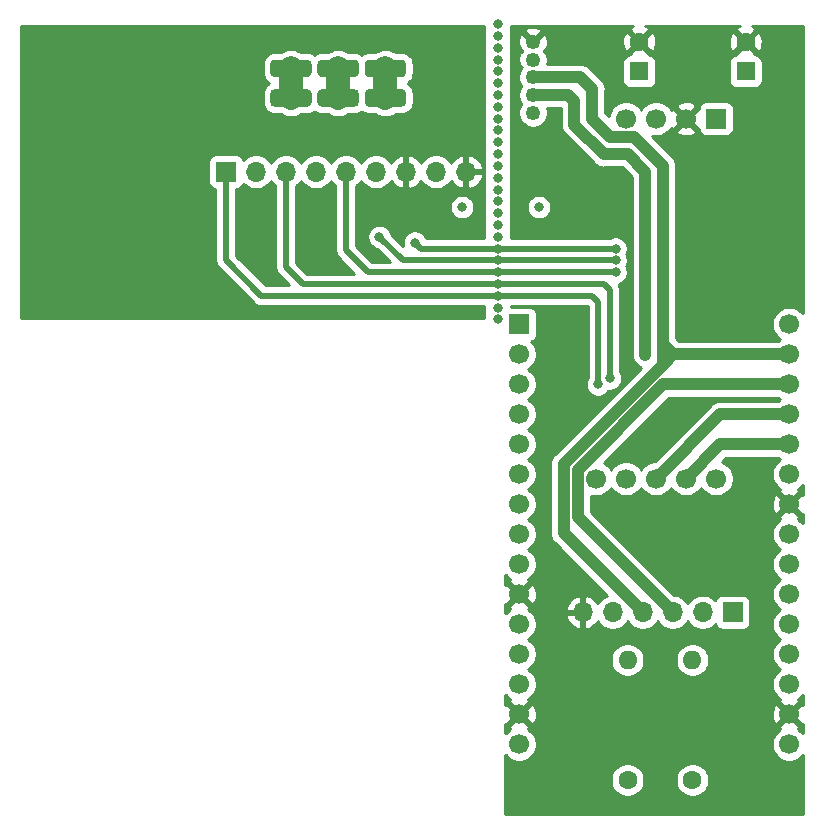
<source format=gbr>
%TF.GenerationSoftware,KiCad,Pcbnew,5.1.10*%
%TF.CreationDate,2021-10-29T17:16:23+02:00*%
%TF.ProjectId,air_quality_box,6169725f-7175-4616-9c69-74795f626f78,rev?*%
%TF.SameCoordinates,Original*%
%TF.FileFunction,Copper,L2,Bot*%
%TF.FilePolarity,Positive*%
%FSLAX46Y46*%
G04 Gerber Fmt 4.6, Leading zero omitted, Abs format (unit mm)*
G04 Created by KiCad (PCBNEW 5.1.10) date 2021-10-29 17:16:23*
%MOMM*%
%LPD*%
G01*
G04 APERTURE LIST*
%TA.AperFunction,ComponentPad*%
%ADD10C,1.250000*%
%TD*%
%TA.AperFunction,ComponentPad*%
%ADD11R,1.600000X1.600000*%
%TD*%
%TA.AperFunction,ComponentPad*%
%ADD12C,1.600000*%
%TD*%
%TA.AperFunction,ComponentPad*%
%ADD13R,1.700000X1.700000*%
%TD*%
%TA.AperFunction,ComponentPad*%
%ADD14C,1.700000*%
%TD*%
%TA.AperFunction,ComponentPad*%
%ADD15O,1.700000X1.700000*%
%TD*%
%TA.AperFunction,ComponentPad*%
%ADD16O,1.600000X1.600000*%
%TD*%
%TA.AperFunction,ViaPad*%
%ADD17C,0.800000*%
%TD*%
%TA.AperFunction,Conductor*%
%ADD18C,2.000000*%
%TD*%
%TA.AperFunction,Conductor*%
%ADD19C,1.000000*%
%TD*%
%TA.AperFunction,Conductor*%
%ADD20C,0.500000*%
%TD*%
%TA.AperFunction,Conductor*%
%ADD21C,0.254000*%
%TD*%
%TA.AperFunction,Conductor*%
%ADD22C,0.100000*%
%TD*%
G04 APERTURE END LIST*
%TO.P,SW1,3*%
%TO.N,+5V*%
%TA.AperFunction,ComponentPad*%
G36*
G01*
X123750000Y-42375000D02*
X123750000Y-43125000D01*
G75*
G02*
X123375000Y-43500000I-375000J0D01*
G01*
X120625000Y-43500000D01*
G75*
G02*
X120250000Y-43125000I0J375000D01*
G01*
X120250000Y-42375000D01*
G75*
G02*
X120625000Y-42000000I375000J0D01*
G01*
X123375000Y-42000000D01*
G75*
G02*
X123750000Y-42375000I0J-375000D01*
G01*
G37*
%TD.AperFunction*%
%TO.P,SW1,2*%
%TO.N,Net-(J4-Pad8)*%
%TA.AperFunction,ComponentPad*%
G36*
G01*
X127750000Y-42375000D02*
X127750000Y-43125000D01*
G75*
G02*
X127375000Y-43500000I-375000J0D01*
G01*
X124625000Y-43500000D01*
G75*
G02*
X124250000Y-43125000I0J375000D01*
G01*
X124250000Y-42375000D01*
G75*
G02*
X124625000Y-42000000I375000J0D01*
G01*
X127375000Y-42000000D01*
G75*
G02*
X127750000Y-42375000I0J-375000D01*
G01*
G37*
%TD.AperFunction*%
%TO.P,SW1,1*%
%TO.N,Net-(SW1-Pad1)*%
%TA.AperFunction,ComponentPad*%
G36*
G01*
X131750000Y-42375000D02*
X131750000Y-43125000D01*
G75*
G02*
X131375000Y-43500000I-375000J0D01*
G01*
X128625000Y-43500000D01*
G75*
G02*
X128250000Y-43125000I0J375000D01*
G01*
X128250000Y-42375000D01*
G75*
G02*
X128625000Y-42000000I375000J0D01*
G01*
X131375000Y-42000000D01*
G75*
G02*
X131750000Y-42375000I0J-375000D01*
G01*
G37*
%TD.AperFunction*%
%TO.P,SW1,3*%
%TO.N,+5V*%
%TA.AperFunction,ComponentPad*%
G36*
G01*
X123750000Y-44875000D02*
X123750000Y-45625000D01*
G75*
G02*
X123375000Y-46000000I-375000J0D01*
G01*
X120625000Y-46000000D01*
G75*
G02*
X120250000Y-45625000I0J375000D01*
G01*
X120250000Y-44875000D01*
G75*
G02*
X120625000Y-44500000I375000J0D01*
G01*
X123375000Y-44500000D01*
G75*
G02*
X123750000Y-44875000I0J-375000D01*
G01*
G37*
%TD.AperFunction*%
%TO.P,SW1,2*%
%TO.N,Net-(J4-Pad8)*%
%TA.AperFunction,ComponentPad*%
G36*
G01*
X127750000Y-44875000D02*
X127750000Y-45625000D01*
G75*
G02*
X127375000Y-46000000I-375000J0D01*
G01*
X124625000Y-46000000D01*
G75*
G02*
X124250000Y-45625000I0J375000D01*
G01*
X124250000Y-44875000D01*
G75*
G02*
X124625000Y-44500000I375000J0D01*
G01*
X127375000Y-44500000D01*
G75*
G02*
X127750000Y-44875000I0J-375000D01*
G01*
G37*
%TD.AperFunction*%
%TO.P,SW1,1*%
%TO.N,Net-(SW1-Pad1)*%
%TA.AperFunction,ComponentPad*%
G36*
G01*
X131750000Y-44875000D02*
X131750000Y-45625000D01*
G75*
G02*
X131375000Y-46000000I-375000J0D01*
G01*
X128625000Y-46000000D01*
G75*
G02*
X128250000Y-45625000I0J375000D01*
G01*
X128250000Y-44875000D01*
G75*
G02*
X128625000Y-44500000I375000J0D01*
G01*
X131375000Y-44500000D01*
G75*
G02*
X131750000Y-44875000I0J-375000D01*
G01*
G37*
%TD.AperFunction*%
%TD*%
D10*
%TO.P,J3,1*%
%TO.N,GND*%
X142500000Y-40500000D03*
%TO.P,J3,2*%
X142500000Y-42000000D03*
%TO.P,J3,3*%
%TO.N,I2C_SCL*%
X142500000Y-43500000D03*
%TO.P,J3,4*%
%TO.N,I2C_SDA*%
X142500000Y-45000000D03*
%TO.P,J3,5*%
%TO.N,+5V*%
X142500000Y-46500000D03*
%TD*%
D11*
%TO.P,C1,1*%
%TO.N,+5V*%
X160500000Y-43000000D03*
D12*
%TO.P,C1,2*%
%TO.N,GND*%
X160500000Y-40500000D03*
%TD*%
%TO.P,C2,2*%
%TO.N,GND*%
X151500000Y-40500000D03*
D11*
%TO.P,C2,1*%
%TO.N,+5V*%
X151500000Y-43000000D03*
%TD*%
D13*
%TO.P,J1,1*%
%TO.N,+5V*%
X158000000Y-47000000D03*
D14*
%TO.P,J1,2*%
%TO.N,GND*%
X155460000Y-47000000D03*
%TO.P,J1,3*%
%TO.N,Net-(J1-Pad3)*%
X152920000Y-47000000D03*
%TO.P,J1,4*%
%TO.N,Net-(J1-Pad4)*%
X150380000Y-47000000D03*
%TO.P,J1,5*%
%TO.N,Net-(J1-Pad5)*%
X147840000Y-77480000D03*
%TO.P,J1,6*%
%TO.N,Net-(J1-Pad6)*%
X150380000Y-77480000D03*
%TO.P,J1,7*%
%TO.N,UART_1_RX*%
X152920000Y-77480000D03*
%TO.P,J1,8*%
%TO.N,UART_1_TX*%
X155460000Y-77480000D03*
%TO.P,J1,9*%
%TO.N,Net-(J1-Pad9)*%
X158000000Y-77480000D03*
%TD*%
D13*
%TO.P,J2,1*%
%TO.N,Net-(J2-Pad1)*%
X159400000Y-88800000D03*
D15*
%TO.P,J2,2*%
%TO.N,Net-(J2-Pad2)*%
X156860000Y-88800000D03*
%TO.P,J2,3*%
%TO.N,I2C_SDA*%
X154320000Y-88800000D03*
%TO.P,J2,4*%
%TO.N,I2C_SCL*%
X151780000Y-88800000D03*
%TO.P,J2,5*%
%TO.N,+5V*%
X149240000Y-88800000D03*
%TO.P,J2,6*%
%TO.N,GND*%
X146700000Y-88800000D03*
%TD*%
D13*
%TO.P,J4,1*%
%TO.N,LCD_CS*%
X116500000Y-51500000D03*
D15*
%TO.P,J4,2*%
%TO.N,LCD_RST*%
X119040000Y-51500000D03*
%TO.P,J4,3*%
%TO.N,LCD_DC*%
X121580000Y-51500000D03*
%TO.P,J4,4*%
%TO.N,SPI_SCL*%
X124120000Y-51500000D03*
%TO.P,J4,5*%
%TO.N,SPI_MOSI*%
X126660000Y-51500000D03*
%TO.P,J4,6*%
%TO.N,+5V*%
X129200000Y-51500000D03*
%TO.P,J4,7*%
%TO.N,GND*%
X131740000Y-51500000D03*
%TO.P,J4,8*%
%TO.N,Net-(J4-Pad8)*%
X134280000Y-51500000D03*
%TO.P,J4,9*%
%TO.N,GND*%
X136820000Y-51500000D03*
%TD*%
D16*
%TO.P,R1,2*%
%TO.N,I2C_SCL*%
X150500000Y-92840000D03*
D12*
%TO.P,R1,1*%
%TO.N,+5V*%
X150500000Y-103000000D03*
%TD*%
%TO.P,R2,1*%
%TO.N,+5V*%
X156000000Y-103000000D03*
D16*
%TO.P,R2,2*%
%TO.N,I2C_SDA*%
X156000000Y-92840000D03*
%TD*%
D13*
%TO.P,U1,1*%
%TO.N,Net-(U1-Pad1)*%
X141330001Y-64410001D03*
D14*
%TO.P,U1,2*%
%TO.N,Net-(U1-Pad2)*%
X141330001Y-66950001D03*
%TO.P,U1,3*%
%TO.N,Net-(U1-Pad3)*%
X141330001Y-69490001D03*
%TO.P,U1,4*%
%TO.N,Net-(U1-Pad4)*%
X141330001Y-72030001D03*
%TO.P,U1,5*%
%TO.N,Net-(U1-Pad5)*%
X141330001Y-74570001D03*
%TO.P,U1,6*%
%TO.N,Net-(U1-Pad6)*%
X141330001Y-77110001D03*
%TO.P,U1,7*%
%TO.N,Net-(U1-Pad7)*%
X141330001Y-79650001D03*
%TO.P,U1,8*%
%TO.N,Net-(U1-Pad8)*%
X141330001Y-82190001D03*
%TO.P,U1,9*%
%TO.N,Net-(U1-Pad9)*%
X141330001Y-84730001D03*
%TO.P,U1,10*%
%TO.N,GND*%
X141330001Y-87270001D03*
%TO.P,U1,11*%
%TO.N,Net-(U1-Pad11)*%
X141330001Y-89810001D03*
%TO.P,U1,12*%
%TO.N,Net-(U1-Pad12)*%
X141330001Y-92350001D03*
%TO.P,U1,13*%
%TO.N,Net-(U1-Pad13)*%
X141330001Y-94890001D03*
%TO.P,U1,14*%
%TO.N,GND*%
X141330001Y-97430001D03*
%TO.P,U1,15*%
%TO.N,+5V*%
X141330001Y-99970001D03*
%TO.P,U1,16*%
%TO.N,LCD_RST*%
X164190001Y-64410001D03*
%TO.P,U1,17*%
%TO.N,I2C_SCL*%
X164190001Y-66950001D03*
%TO.P,U1,18*%
%TO.N,I2C_SDA*%
X164190001Y-69490001D03*
%TO.P,U1,19*%
%TO.N,UART_1_RX*%
X164190001Y-72030001D03*
%TO.P,U1,20*%
%TO.N,UART_1_TX*%
X164190001Y-74570001D03*
%TO.P,U1,21*%
%TO.N,Net-(U1-Pad21)*%
X164190001Y-77110001D03*
%TO.P,U1,22*%
%TO.N,GND*%
X164190001Y-79650001D03*
%TO.P,U1,23*%
%TO.N,SPI_SCL*%
X164190001Y-82190001D03*
%TO.P,U1,24*%
%TO.N,SPI_MOSI*%
X164190001Y-84730001D03*
%TO.P,U1,25*%
%TO.N,LCD_DC*%
X164190001Y-87270001D03*
%TO.P,U1,26*%
%TO.N,LCD_CS*%
X164190001Y-89810001D03*
%TO.P,U1,27*%
%TO.N,Net-(U1-Pad27)*%
X164190001Y-92350001D03*
%TO.P,U1,28*%
%TO.N,Net-(U1-Pad28)*%
X164190001Y-94890001D03*
%TO.P,U1,29*%
%TO.N,GND*%
X164190001Y-97430001D03*
%TO.P,U1,30*%
%TO.N,Net-(U1-Pad30)*%
X164190001Y-99970001D03*
%TD*%
D17*
%TO.N,LCD_RST*%
X139500000Y-58000000D03*
%TO.N,*%
X139500000Y-44000000D03*
%TO.N,+5V*%
X139500000Y-54000000D03*
X139500000Y-55000000D03*
%TO.N,*%
X139500000Y-57000000D03*
%TO.N,SPI_SCL*%
X139500000Y-59000000D03*
%TO.N,SPI_MOSI*%
X139500000Y-60000000D03*
%TO.N,LCD_DC*%
X139500000Y-61000000D03*
%TO.N,LCD_CS*%
X139500000Y-62000000D03*
%TO.N,*%
X139500000Y-63000000D03*
X139500000Y-49000000D03*
X139500000Y-64000000D03*
X139500000Y-50000000D03*
X139500000Y-51000000D03*
X139500000Y-52000000D03*
%TO.N,+5V*%
X139500000Y-53000000D03*
%TO.N,*%
X139500000Y-45000000D03*
X139500000Y-46000000D03*
X139500000Y-47000000D03*
X139500000Y-48000000D03*
%TO.N,GND*%
X139500000Y-43000000D03*
X139500000Y-42000000D03*
X139500000Y-41000000D03*
X139500000Y-40000000D03*
%TO.N,*%
X139500000Y-39000000D03*
%TO.N,GND*%
X120000000Y-54500000D03*
X123000000Y-54500000D03*
X150500000Y-75500000D03*
X155000000Y-72000000D03*
X155000000Y-80500000D03*
X155000000Y-64500000D03*
%TO.N,+5V*%
X136500000Y-54500000D03*
X139500000Y-56000000D03*
%TO.N,GND*%
X120000000Y-60500000D03*
%TO.N,+5V*%
X143000000Y-54500000D03*
%TO.N,GND*%
X136000000Y-41500000D03*
%TO.N,I2C_SDA*%
X152000000Y-67000000D03*
%TO.N,LCD_CS*%
X148000000Y-69500000D03*
%TO.N,LCD_RST*%
X149500000Y-58000000D03*
X132500000Y-57500000D03*
%TO.N,LCD_DC*%
X149000000Y-69000000D03*
%TO.N,SPI_SCL*%
X149500000Y-59000000D03*
X129500000Y-57000000D03*
%TO.N,SPI_MOSI*%
X149500000Y-60000000D03*
%TD*%
D18*
%TO.N,+5V*%
X122000000Y-42750000D02*
X122000000Y-45250000D01*
D19*
%TO.N,UART_1_RX*%
X158369999Y-72030001D02*
X152920000Y-77480000D01*
X164190001Y-72030001D02*
X158369999Y-72030001D01*
%TO.N,UART_1_TX*%
X158369999Y-74570001D02*
X164190001Y-74570001D01*
X155460000Y-77480000D02*
X158369999Y-74570001D01*
%TO.N,I2C_SDA*%
X153535997Y-69490001D02*
X164190001Y-69490001D01*
X146289999Y-76735999D02*
X153535997Y-69490001D01*
X146289999Y-80769999D02*
X146289999Y-76735999D01*
X154320000Y-88800000D02*
X146289999Y-80769999D01*
X152000000Y-51500000D02*
X150500000Y-50000000D01*
X152000000Y-67000000D02*
X152000000Y-51500000D01*
X150500000Y-50000000D02*
X148500000Y-50000000D01*
X148500000Y-50000000D02*
X146000000Y-47500000D01*
X146000000Y-47500000D02*
X146000000Y-45500000D01*
X145500000Y-45000000D02*
X142500000Y-45000000D01*
X146000000Y-45500000D02*
X145500000Y-45000000D01*
%TO.N,I2C_SCL*%
X154378926Y-66950001D02*
X164190001Y-66950001D01*
X145089988Y-82109988D02*
X145089988Y-76238939D01*
X151780000Y-88800000D02*
X145089988Y-82109988D01*
X151050001Y-48550001D02*
X153500000Y-51000000D01*
X153500000Y-66071075D02*
X154378926Y-66950001D01*
X153500000Y-51000000D02*
X153500000Y-66071075D01*
X153500000Y-67500000D02*
X153664463Y-67664463D01*
X153500000Y-66071075D02*
X153500000Y-67500000D01*
X153664463Y-67664463D02*
X154378926Y-66950001D01*
X145089988Y-76238939D02*
X153664463Y-67664463D01*
X151050001Y-48550001D02*
X149050001Y-48550001D01*
X149050001Y-48550001D02*
X147500000Y-47000000D01*
X147500000Y-47000000D02*
X147500000Y-44500000D01*
X146500000Y-43500000D02*
X142500000Y-43500000D01*
X147500000Y-44500000D02*
X146500000Y-43500000D01*
D20*
%TO.N,LCD_CS*%
X148000000Y-69500000D02*
X148000000Y-62500000D01*
X148000000Y-62500000D02*
X147500000Y-62000000D01*
X147500000Y-62000000D02*
X139500000Y-62000000D01*
X139500000Y-62000000D02*
X119500000Y-62000000D01*
X116500000Y-59000000D02*
X116500000Y-51500000D01*
X119500000Y-62000000D02*
X116500000Y-59000000D01*
%TO.N,LCD_RST*%
X149500000Y-58000000D02*
X139500000Y-58000000D01*
X133000000Y-58000000D02*
X132500000Y-57500000D01*
X139500000Y-58000000D02*
X133000000Y-58000000D01*
%TO.N,LCD_DC*%
X149000000Y-69000000D02*
X149000000Y-61500000D01*
X148500000Y-61000000D02*
X139500000Y-61000000D01*
X149000000Y-61500000D02*
X148500000Y-61000000D01*
X139500000Y-61000000D02*
X123000000Y-61000000D01*
X121580000Y-59580000D02*
X121580000Y-51500000D01*
X123000000Y-61000000D02*
X121580000Y-59580000D01*
%TO.N,SPI_SCL*%
X149500000Y-59000000D02*
X139500000Y-59000000D01*
X131500000Y-59000000D02*
X129500000Y-57000000D01*
X139500000Y-59000000D02*
X131500000Y-59000000D01*
%TO.N,SPI_MOSI*%
X149500000Y-60000000D02*
X139500000Y-60000000D01*
X139500000Y-60000000D02*
X128500000Y-60000000D01*
X126660000Y-58160000D02*
X126660000Y-51500000D01*
X128500000Y-60000000D02*
X126660000Y-58160000D01*
D18*
%TO.N,Net-(J4-Pad8)*%
X126000000Y-42750000D02*
X126000000Y-45250000D01*
%TO.N,Net-(SW1-Pad1)*%
X130000000Y-42750000D02*
X130000000Y-45250000D01*
%TD*%
D21*
%TO.N,GND*%
X150883708Y-39196397D02*
X150758486Y-39263329D01*
X150686903Y-39507298D01*
X151500000Y-40320395D01*
X152313097Y-39507298D01*
X152241514Y-39263329D01*
X152023139Y-39160000D01*
X159985485Y-39160000D01*
X159883708Y-39196397D01*
X159758486Y-39263329D01*
X159686903Y-39507298D01*
X160500000Y-40320395D01*
X161313097Y-39507298D01*
X161241514Y-39263329D01*
X161023139Y-39160000D01*
X165340001Y-39160000D01*
X165340001Y-63459894D01*
X165136633Y-63256526D01*
X164893412Y-63094011D01*
X164623159Y-62982069D01*
X164336261Y-62925001D01*
X164043741Y-62925001D01*
X163756843Y-62982069D01*
X163486590Y-63094011D01*
X163243369Y-63256526D01*
X163036526Y-63463369D01*
X162874011Y-63706590D01*
X162762069Y-63976843D01*
X162705001Y-64263741D01*
X162705001Y-64556261D01*
X162762069Y-64843159D01*
X162874011Y-65113412D01*
X163036526Y-65356633D01*
X163243369Y-65563476D01*
X163417761Y-65680001D01*
X163243369Y-65796526D01*
X163224894Y-65815001D01*
X154849058Y-65815001D01*
X154635000Y-65600944D01*
X154635000Y-51055752D01*
X154640491Y-51000000D01*
X154632337Y-50917205D01*
X154618577Y-50777501D01*
X154553676Y-50563553D01*
X154448284Y-50366377D01*
X154306449Y-50193551D01*
X154263141Y-50158009D01*
X152544540Y-48439409D01*
X152773740Y-48485000D01*
X153066260Y-48485000D01*
X153353158Y-48427932D01*
X153623411Y-48315990D01*
X153866632Y-48153475D01*
X153991710Y-48028397D01*
X154611208Y-48028397D01*
X154688843Y-48277472D01*
X154952883Y-48403371D01*
X155236411Y-48475339D01*
X155528531Y-48490611D01*
X155818019Y-48448599D01*
X156093747Y-48350919D01*
X156231157Y-48277472D01*
X156308792Y-48028397D01*
X155460000Y-47179605D01*
X154611208Y-48028397D01*
X153991710Y-48028397D01*
X154073475Y-47946632D01*
X154189311Y-47773271D01*
X154431603Y-47848792D01*
X155280395Y-47000000D01*
X155639605Y-47000000D01*
X156488397Y-47848792D01*
X156511928Y-47841458D01*
X156511928Y-47850000D01*
X156524188Y-47974482D01*
X156560498Y-48094180D01*
X156619463Y-48204494D01*
X156698815Y-48301185D01*
X156795506Y-48380537D01*
X156905820Y-48439502D01*
X157025518Y-48475812D01*
X157150000Y-48488072D01*
X158850000Y-48488072D01*
X158974482Y-48475812D01*
X159094180Y-48439502D01*
X159204494Y-48380537D01*
X159301185Y-48301185D01*
X159380537Y-48204494D01*
X159439502Y-48094180D01*
X159475812Y-47974482D01*
X159488072Y-47850000D01*
X159488072Y-46150000D01*
X159475812Y-46025518D01*
X159439502Y-45905820D01*
X159380537Y-45795506D01*
X159301185Y-45698815D01*
X159204494Y-45619463D01*
X159094180Y-45560498D01*
X158974482Y-45524188D01*
X158850000Y-45511928D01*
X157150000Y-45511928D01*
X157025518Y-45524188D01*
X156905820Y-45560498D01*
X156795506Y-45619463D01*
X156698815Y-45698815D01*
X156619463Y-45795506D01*
X156560498Y-45905820D01*
X156524188Y-46025518D01*
X156511928Y-46150000D01*
X156511928Y-46158542D01*
X156488397Y-46151208D01*
X155639605Y-47000000D01*
X155280395Y-47000000D01*
X154431603Y-46151208D01*
X154189311Y-46226729D01*
X154073475Y-46053368D01*
X153991710Y-45971603D01*
X154611208Y-45971603D01*
X155460000Y-46820395D01*
X156308792Y-45971603D01*
X156231157Y-45722528D01*
X155967117Y-45596629D01*
X155683589Y-45524661D01*
X155391469Y-45509389D01*
X155101981Y-45551401D01*
X154826253Y-45649081D01*
X154688843Y-45722528D01*
X154611208Y-45971603D01*
X153991710Y-45971603D01*
X153866632Y-45846525D01*
X153623411Y-45684010D01*
X153353158Y-45572068D01*
X153066260Y-45515000D01*
X152773740Y-45515000D01*
X152486842Y-45572068D01*
X152216589Y-45684010D01*
X151973368Y-45846525D01*
X151766525Y-46053368D01*
X151650000Y-46227760D01*
X151533475Y-46053368D01*
X151326632Y-45846525D01*
X151083411Y-45684010D01*
X150813158Y-45572068D01*
X150526260Y-45515000D01*
X150233740Y-45515000D01*
X149946842Y-45572068D01*
X149676589Y-45684010D01*
X149433368Y-45846525D01*
X149226525Y-46053368D01*
X149064010Y-46296589D01*
X148952068Y-46566842D01*
X148905597Y-46800466D01*
X148635000Y-46529869D01*
X148635000Y-44555752D01*
X148640491Y-44500000D01*
X148618577Y-44277501D01*
X148553676Y-44063553D01*
X148448284Y-43866377D01*
X148341989Y-43736856D01*
X148341987Y-43736854D01*
X148306449Y-43693551D01*
X148263145Y-43658013D01*
X147341995Y-42736864D01*
X147306449Y-42693551D01*
X147133623Y-42551716D01*
X146936447Y-42446324D01*
X146722499Y-42381423D01*
X146555752Y-42365000D01*
X146555751Y-42365000D01*
X146500000Y-42359509D01*
X146444249Y-42365000D01*
X143708351Y-42365000D01*
X143747562Y-42200000D01*
X150061928Y-42200000D01*
X150061928Y-43800000D01*
X150074188Y-43924482D01*
X150110498Y-44044180D01*
X150169463Y-44154494D01*
X150248815Y-44251185D01*
X150345506Y-44330537D01*
X150455820Y-44389502D01*
X150575518Y-44425812D01*
X150700000Y-44438072D01*
X152300000Y-44438072D01*
X152424482Y-44425812D01*
X152544180Y-44389502D01*
X152654494Y-44330537D01*
X152751185Y-44251185D01*
X152830537Y-44154494D01*
X152889502Y-44044180D01*
X152925812Y-43924482D01*
X152938072Y-43800000D01*
X152938072Y-42200000D01*
X159061928Y-42200000D01*
X159061928Y-43800000D01*
X159074188Y-43924482D01*
X159110498Y-44044180D01*
X159169463Y-44154494D01*
X159248815Y-44251185D01*
X159345506Y-44330537D01*
X159455820Y-44389502D01*
X159575518Y-44425812D01*
X159700000Y-44438072D01*
X161300000Y-44438072D01*
X161424482Y-44425812D01*
X161544180Y-44389502D01*
X161654494Y-44330537D01*
X161751185Y-44251185D01*
X161830537Y-44154494D01*
X161889502Y-44044180D01*
X161925812Y-43924482D01*
X161938072Y-43800000D01*
X161938072Y-42200000D01*
X161925812Y-42075518D01*
X161889502Y-41955820D01*
X161830537Y-41845506D01*
X161751185Y-41748815D01*
X161654494Y-41669463D01*
X161544180Y-41610498D01*
X161424482Y-41574188D01*
X161300000Y-41561928D01*
X161292785Y-41561928D01*
X161313097Y-41492702D01*
X160500000Y-40679605D01*
X159686903Y-41492702D01*
X159707215Y-41561928D01*
X159700000Y-41561928D01*
X159575518Y-41574188D01*
X159455820Y-41610498D01*
X159345506Y-41669463D01*
X159248815Y-41748815D01*
X159169463Y-41845506D01*
X159110498Y-41955820D01*
X159074188Y-42075518D01*
X159061928Y-42200000D01*
X152938072Y-42200000D01*
X152925812Y-42075518D01*
X152889502Y-41955820D01*
X152830537Y-41845506D01*
X152751185Y-41748815D01*
X152654494Y-41669463D01*
X152544180Y-41610498D01*
X152424482Y-41574188D01*
X152300000Y-41561928D01*
X152292785Y-41561928D01*
X152313097Y-41492702D01*
X151500000Y-40679605D01*
X150686903Y-41492702D01*
X150707215Y-41561928D01*
X150700000Y-41561928D01*
X150575518Y-41574188D01*
X150455820Y-41610498D01*
X150345506Y-41669463D01*
X150248815Y-41748815D01*
X150169463Y-41845506D01*
X150110498Y-41955820D01*
X150074188Y-42075518D01*
X150061928Y-42200000D01*
X143747562Y-42200000D01*
X143754553Y-42170582D01*
X143763726Y-41922553D01*
X143724335Y-41677501D01*
X143637893Y-41444842D01*
X143593777Y-41362306D01*
X143457663Y-41331999D01*
X143484635Y-41305027D01*
X143429608Y-41250000D01*
X143484635Y-41194973D01*
X143457663Y-41168001D01*
X143593777Y-41137694D01*
X143697168Y-40912056D01*
X143754553Y-40670582D01*
X143758253Y-40570512D01*
X150059783Y-40570512D01*
X150101213Y-40850130D01*
X150196397Y-41116292D01*
X150263329Y-41241514D01*
X150507298Y-41313097D01*
X151320395Y-40500000D01*
X151679605Y-40500000D01*
X152492702Y-41313097D01*
X152736671Y-41241514D01*
X152857571Y-40986004D01*
X152926300Y-40711816D01*
X152933265Y-40570512D01*
X159059783Y-40570512D01*
X159101213Y-40850130D01*
X159196397Y-41116292D01*
X159263329Y-41241514D01*
X159507298Y-41313097D01*
X160320395Y-40500000D01*
X160679605Y-40500000D01*
X161492702Y-41313097D01*
X161736671Y-41241514D01*
X161857571Y-40986004D01*
X161926300Y-40711816D01*
X161940217Y-40429488D01*
X161898787Y-40149870D01*
X161803603Y-39883708D01*
X161736671Y-39758486D01*
X161492702Y-39686903D01*
X160679605Y-40500000D01*
X160320395Y-40500000D01*
X159507298Y-39686903D01*
X159263329Y-39758486D01*
X159142429Y-40013996D01*
X159073700Y-40288184D01*
X159059783Y-40570512D01*
X152933265Y-40570512D01*
X152940217Y-40429488D01*
X152898787Y-40149870D01*
X152803603Y-39883708D01*
X152736671Y-39758486D01*
X152492702Y-39686903D01*
X151679605Y-40500000D01*
X151320395Y-40500000D01*
X150507298Y-39686903D01*
X150263329Y-39758486D01*
X150142429Y-40013996D01*
X150073700Y-40288184D01*
X150059783Y-40570512D01*
X143758253Y-40570512D01*
X143763726Y-40422553D01*
X143724335Y-40177501D01*
X143637893Y-39944842D01*
X143593777Y-39862306D01*
X143367648Y-39811957D01*
X142679605Y-40500000D01*
X142693748Y-40514143D01*
X142514143Y-40693748D01*
X142500000Y-40679605D01*
X142485858Y-40693748D01*
X142306253Y-40514143D01*
X142320395Y-40500000D01*
X141632352Y-39811957D01*
X141406223Y-39862306D01*
X141302832Y-40087944D01*
X141245447Y-40329418D01*
X141236274Y-40577447D01*
X141275665Y-40822499D01*
X141362107Y-41055158D01*
X141406223Y-41137694D01*
X141542337Y-41168001D01*
X141515365Y-41194973D01*
X141570392Y-41250000D01*
X141515365Y-41305027D01*
X141542337Y-41331999D01*
X141406223Y-41362306D01*
X141302832Y-41587944D01*
X141245447Y-41829418D01*
X141236274Y-42077447D01*
X141275665Y-42322499D01*
X141362107Y-42555158D01*
X141406223Y-42637694D01*
X141548678Y-42669413D01*
X141521294Y-42696797D01*
X141383402Y-42903166D01*
X141288421Y-43132471D01*
X141240000Y-43375901D01*
X141240000Y-43624099D01*
X141288421Y-43867529D01*
X141383402Y-44096834D01*
X141485745Y-44250000D01*
X141383402Y-44403166D01*
X141288421Y-44632471D01*
X141240000Y-44875901D01*
X141240000Y-45124099D01*
X141288421Y-45367529D01*
X141383402Y-45596834D01*
X141485745Y-45750000D01*
X141383402Y-45903166D01*
X141288421Y-46132471D01*
X141240000Y-46375901D01*
X141240000Y-46624099D01*
X141288421Y-46867529D01*
X141383402Y-47096834D01*
X141521294Y-47303203D01*
X141696797Y-47478706D01*
X141903166Y-47616598D01*
X142132471Y-47711579D01*
X142375901Y-47760000D01*
X142624099Y-47760000D01*
X142867529Y-47711579D01*
X143096834Y-47616598D01*
X143303203Y-47478706D01*
X143478706Y-47303203D01*
X143616598Y-47096834D01*
X143711579Y-46867529D01*
X143760000Y-46624099D01*
X143760000Y-46375901D01*
X143712082Y-46135000D01*
X144865001Y-46135000D01*
X144865000Y-47444248D01*
X144859509Y-47500000D01*
X144865000Y-47555751D01*
X144881423Y-47722498D01*
X144946324Y-47936446D01*
X145051716Y-48133623D01*
X145193551Y-48306449D01*
X145236865Y-48341996D01*
X147658009Y-50763141D01*
X147693551Y-50806449D01*
X147828507Y-50917205D01*
X147866377Y-50948284D01*
X148063553Y-51053676D01*
X148277501Y-51118577D01*
X148500000Y-51140491D01*
X148555751Y-51135000D01*
X150029869Y-51135000D01*
X150865001Y-51970133D01*
X150865000Y-67055751D01*
X150881423Y-67222498D01*
X150946324Y-67436446D01*
X151051716Y-67633623D01*
X151193551Y-67806449D01*
X151366377Y-67948284D01*
X151563553Y-68053676D01*
X151645315Y-68078478D01*
X144326848Y-75396948D01*
X144283540Y-75432490D01*
X144141705Y-75605316D01*
X144100680Y-75682069D01*
X144036312Y-75802493D01*
X143971411Y-76016441D01*
X143949497Y-76238939D01*
X143954989Y-76294700D01*
X143954988Y-82054236D01*
X143949497Y-82109988D01*
X143954988Y-82165739D01*
X143971411Y-82332486D01*
X144036312Y-82546434D01*
X144141704Y-82743611D01*
X144283539Y-82916437D01*
X144326853Y-82951984D01*
X148764482Y-87389614D01*
X148536589Y-87484010D01*
X148293368Y-87646525D01*
X148086525Y-87853368D01*
X147964805Y-88035534D01*
X147895178Y-87918645D01*
X147700269Y-87702412D01*
X147466920Y-87528359D01*
X147204099Y-87403175D01*
X147056890Y-87358524D01*
X146827000Y-87479845D01*
X146827000Y-88673000D01*
X146847000Y-88673000D01*
X146847000Y-88927000D01*
X146827000Y-88927000D01*
X146827000Y-90120155D01*
X147056890Y-90241476D01*
X147204099Y-90196825D01*
X147466920Y-90071641D01*
X147700269Y-89897588D01*
X147895178Y-89681355D01*
X147964805Y-89564466D01*
X148086525Y-89746632D01*
X148293368Y-89953475D01*
X148536589Y-90115990D01*
X148806842Y-90227932D01*
X149093740Y-90285000D01*
X149386260Y-90285000D01*
X149673158Y-90227932D01*
X149943411Y-90115990D01*
X150186632Y-89953475D01*
X150393475Y-89746632D01*
X150510000Y-89572240D01*
X150626525Y-89746632D01*
X150833368Y-89953475D01*
X151076589Y-90115990D01*
X151346842Y-90227932D01*
X151633740Y-90285000D01*
X151926260Y-90285000D01*
X152213158Y-90227932D01*
X152483411Y-90115990D01*
X152726632Y-89953475D01*
X152933475Y-89746632D01*
X153050000Y-89572240D01*
X153166525Y-89746632D01*
X153373368Y-89953475D01*
X153616589Y-90115990D01*
X153886842Y-90227932D01*
X154173740Y-90285000D01*
X154466260Y-90285000D01*
X154753158Y-90227932D01*
X155023411Y-90115990D01*
X155266632Y-89953475D01*
X155473475Y-89746632D01*
X155590000Y-89572240D01*
X155706525Y-89746632D01*
X155913368Y-89953475D01*
X156156589Y-90115990D01*
X156426842Y-90227932D01*
X156713740Y-90285000D01*
X157006260Y-90285000D01*
X157293158Y-90227932D01*
X157563411Y-90115990D01*
X157806632Y-89953475D01*
X157938487Y-89821620D01*
X157960498Y-89894180D01*
X158019463Y-90004494D01*
X158098815Y-90101185D01*
X158195506Y-90180537D01*
X158305820Y-90239502D01*
X158425518Y-90275812D01*
X158550000Y-90288072D01*
X160250000Y-90288072D01*
X160374482Y-90275812D01*
X160494180Y-90239502D01*
X160604494Y-90180537D01*
X160701185Y-90101185D01*
X160780537Y-90004494D01*
X160839502Y-89894180D01*
X160875812Y-89774482D01*
X160888072Y-89650000D01*
X160888072Y-87950000D01*
X160875812Y-87825518D01*
X160839502Y-87705820D01*
X160780537Y-87595506D01*
X160701185Y-87498815D01*
X160604494Y-87419463D01*
X160494180Y-87360498D01*
X160374482Y-87324188D01*
X160250000Y-87311928D01*
X158550000Y-87311928D01*
X158425518Y-87324188D01*
X158305820Y-87360498D01*
X158195506Y-87419463D01*
X158098815Y-87498815D01*
X158019463Y-87595506D01*
X157960498Y-87705820D01*
X157938487Y-87778380D01*
X157806632Y-87646525D01*
X157563411Y-87484010D01*
X157293158Y-87372068D01*
X157006260Y-87315000D01*
X156713740Y-87315000D01*
X156426842Y-87372068D01*
X156156589Y-87484010D01*
X155913368Y-87646525D01*
X155706525Y-87853368D01*
X155590000Y-88027760D01*
X155473475Y-87853368D01*
X155266632Y-87646525D01*
X155023411Y-87484010D01*
X154753158Y-87372068D01*
X154466260Y-87315000D01*
X154440132Y-87315000D01*
X147424999Y-80299868D01*
X147424999Y-79718532D01*
X162699390Y-79718532D01*
X162741402Y-80008020D01*
X162839082Y-80283748D01*
X162912529Y-80421158D01*
X163161604Y-80498793D01*
X164010396Y-79650001D01*
X163161604Y-78801209D01*
X162912529Y-78878844D01*
X162786630Y-79142884D01*
X162714662Y-79426412D01*
X162699390Y-79718532D01*
X147424999Y-79718532D01*
X147424999Y-78911544D01*
X147693740Y-78965000D01*
X147986260Y-78965000D01*
X148273158Y-78907932D01*
X148543411Y-78795990D01*
X148786632Y-78633475D01*
X148993475Y-78426632D01*
X149110000Y-78252240D01*
X149226525Y-78426632D01*
X149433368Y-78633475D01*
X149676589Y-78795990D01*
X149946842Y-78907932D01*
X150233740Y-78965000D01*
X150526260Y-78965000D01*
X150813158Y-78907932D01*
X151083411Y-78795990D01*
X151326632Y-78633475D01*
X151533475Y-78426632D01*
X151650000Y-78252240D01*
X151766525Y-78426632D01*
X151973368Y-78633475D01*
X152216589Y-78795990D01*
X152486842Y-78907932D01*
X152773740Y-78965000D01*
X153066260Y-78965000D01*
X153353158Y-78907932D01*
X153623411Y-78795990D01*
X153866632Y-78633475D01*
X154073475Y-78426632D01*
X154190000Y-78252240D01*
X154306525Y-78426632D01*
X154513368Y-78633475D01*
X154756589Y-78795990D01*
X155026842Y-78907932D01*
X155313740Y-78965000D01*
X155606260Y-78965000D01*
X155893158Y-78907932D01*
X156163411Y-78795990D01*
X156406632Y-78633475D01*
X156613475Y-78426632D01*
X156730000Y-78252240D01*
X156846525Y-78426632D01*
X157053368Y-78633475D01*
X157296589Y-78795990D01*
X157566842Y-78907932D01*
X157853740Y-78965000D01*
X158146260Y-78965000D01*
X158433158Y-78907932D01*
X158703411Y-78795990D01*
X158946632Y-78633475D01*
X159153475Y-78426632D01*
X159315990Y-78183411D01*
X159427932Y-77913158D01*
X159485000Y-77626260D01*
X159485000Y-77333740D01*
X159427932Y-77046842D01*
X159315990Y-76776589D01*
X159153475Y-76533368D01*
X158946632Y-76326525D01*
X158703411Y-76164010D01*
X158475518Y-76069614D01*
X158840131Y-75705001D01*
X163224894Y-75705001D01*
X163243369Y-75723476D01*
X163417761Y-75840001D01*
X163243369Y-75956526D01*
X163036526Y-76163369D01*
X162874011Y-76406590D01*
X162762069Y-76676843D01*
X162705001Y-76963741D01*
X162705001Y-77256261D01*
X162762069Y-77543159D01*
X162874011Y-77813412D01*
X163036526Y-78056633D01*
X163243369Y-78263476D01*
X163416730Y-78379312D01*
X163341209Y-78621604D01*
X164190001Y-79470396D01*
X165038793Y-78621604D01*
X164963272Y-78379312D01*
X165136633Y-78263476D01*
X165340000Y-78060109D01*
X165340000Y-78839112D01*
X165218398Y-78801209D01*
X164369606Y-79650001D01*
X165218398Y-80498793D01*
X165340000Y-80460890D01*
X165340000Y-81239893D01*
X165136633Y-81036526D01*
X164963272Y-80920690D01*
X165038793Y-80678398D01*
X164190001Y-79829606D01*
X163341209Y-80678398D01*
X163416730Y-80920690D01*
X163243369Y-81036526D01*
X163036526Y-81243369D01*
X162874011Y-81486590D01*
X162762069Y-81756843D01*
X162705001Y-82043741D01*
X162705001Y-82336261D01*
X162762069Y-82623159D01*
X162874011Y-82893412D01*
X163036526Y-83136633D01*
X163243369Y-83343476D01*
X163417761Y-83460001D01*
X163243369Y-83576526D01*
X163036526Y-83783369D01*
X162874011Y-84026590D01*
X162762069Y-84296843D01*
X162705001Y-84583741D01*
X162705001Y-84876261D01*
X162762069Y-85163159D01*
X162874011Y-85433412D01*
X163036526Y-85676633D01*
X163243369Y-85883476D01*
X163417761Y-86000001D01*
X163243369Y-86116526D01*
X163036526Y-86323369D01*
X162874011Y-86566590D01*
X162762069Y-86836843D01*
X162705001Y-87123741D01*
X162705001Y-87416261D01*
X162762069Y-87703159D01*
X162874011Y-87973412D01*
X163036526Y-88216633D01*
X163243369Y-88423476D01*
X163417761Y-88540001D01*
X163243369Y-88656526D01*
X163036526Y-88863369D01*
X162874011Y-89106590D01*
X162762069Y-89376843D01*
X162705001Y-89663741D01*
X162705001Y-89956261D01*
X162762069Y-90243159D01*
X162874011Y-90513412D01*
X163036526Y-90756633D01*
X163243369Y-90963476D01*
X163417761Y-91080001D01*
X163243369Y-91196526D01*
X163036526Y-91403369D01*
X162874011Y-91646590D01*
X162762069Y-91916843D01*
X162705001Y-92203741D01*
X162705001Y-92496261D01*
X162762069Y-92783159D01*
X162874011Y-93053412D01*
X163036526Y-93296633D01*
X163243369Y-93503476D01*
X163417761Y-93620001D01*
X163243369Y-93736526D01*
X163036526Y-93943369D01*
X162874011Y-94186590D01*
X162762069Y-94456843D01*
X162705001Y-94743741D01*
X162705001Y-95036261D01*
X162762069Y-95323159D01*
X162874011Y-95593412D01*
X163036526Y-95836633D01*
X163243369Y-96043476D01*
X163416730Y-96159312D01*
X163341209Y-96401604D01*
X164190001Y-97250396D01*
X165038793Y-96401604D01*
X164963272Y-96159312D01*
X165136633Y-96043476D01*
X165340000Y-95840109D01*
X165340000Y-96619112D01*
X165218398Y-96581209D01*
X164369606Y-97430001D01*
X165218398Y-98278793D01*
X165340000Y-98240890D01*
X165340000Y-99019893D01*
X165136633Y-98816526D01*
X164963272Y-98700690D01*
X165038793Y-98458398D01*
X164190001Y-97609606D01*
X163341209Y-98458398D01*
X163416730Y-98700690D01*
X163243369Y-98816526D01*
X163036526Y-99023369D01*
X162874011Y-99266590D01*
X162762069Y-99536843D01*
X162705001Y-99823741D01*
X162705001Y-100116261D01*
X162762069Y-100403159D01*
X162874011Y-100673412D01*
X163036526Y-100916633D01*
X163243369Y-101123476D01*
X163486590Y-101285991D01*
X163756843Y-101397933D01*
X164043741Y-101455001D01*
X164336261Y-101455001D01*
X164623159Y-101397933D01*
X164893412Y-101285991D01*
X165136633Y-101123476D01*
X165340000Y-100920109D01*
X165340000Y-105840000D01*
X140160000Y-105840000D01*
X140160000Y-102858665D01*
X149065000Y-102858665D01*
X149065000Y-103141335D01*
X149120147Y-103418574D01*
X149228320Y-103679727D01*
X149385363Y-103914759D01*
X149585241Y-104114637D01*
X149820273Y-104271680D01*
X150081426Y-104379853D01*
X150358665Y-104435000D01*
X150641335Y-104435000D01*
X150918574Y-104379853D01*
X151179727Y-104271680D01*
X151414759Y-104114637D01*
X151614637Y-103914759D01*
X151771680Y-103679727D01*
X151879853Y-103418574D01*
X151935000Y-103141335D01*
X151935000Y-102858665D01*
X154565000Y-102858665D01*
X154565000Y-103141335D01*
X154620147Y-103418574D01*
X154728320Y-103679727D01*
X154885363Y-103914759D01*
X155085241Y-104114637D01*
X155320273Y-104271680D01*
X155581426Y-104379853D01*
X155858665Y-104435000D01*
X156141335Y-104435000D01*
X156418574Y-104379853D01*
X156679727Y-104271680D01*
X156914759Y-104114637D01*
X157114637Y-103914759D01*
X157271680Y-103679727D01*
X157379853Y-103418574D01*
X157435000Y-103141335D01*
X157435000Y-102858665D01*
X157379853Y-102581426D01*
X157271680Y-102320273D01*
X157114637Y-102085241D01*
X156914759Y-101885363D01*
X156679727Y-101728320D01*
X156418574Y-101620147D01*
X156141335Y-101565000D01*
X155858665Y-101565000D01*
X155581426Y-101620147D01*
X155320273Y-101728320D01*
X155085241Y-101885363D01*
X154885363Y-102085241D01*
X154728320Y-102320273D01*
X154620147Y-102581426D01*
X154565000Y-102858665D01*
X151935000Y-102858665D01*
X151879853Y-102581426D01*
X151771680Y-102320273D01*
X151614637Y-102085241D01*
X151414759Y-101885363D01*
X151179727Y-101728320D01*
X150918574Y-101620147D01*
X150641335Y-101565000D01*
X150358665Y-101565000D01*
X150081426Y-101620147D01*
X149820273Y-101728320D01*
X149585241Y-101885363D01*
X149385363Y-102085241D01*
X149228320Y-102320273D01*
X149120147Y-102581426D01*
X149065000Y-102858665D01*
X140160000Y-102858665D01*
X140160000Y-100891900D01*
X140176526Y-100916633D01*
X140383369Y-101123476D01*
X140626590Y-101285991D01*
X140896843Y-101397933D01*
X141183741Y-101455001D01*
X141476261Y-101455001D01*
X141763159Y-101397933D01*
X142033412Y-101285991D01*
X142276633Y-101123476D01*
X142483476Y-100916633D01*
X142645991Y-100673412D01*
X142757933Y-100403159D01*
X142815001Y-100116261D01*
X142815001Y-99823741D01*
X142757933Y-99536843D01*
X142645991Y-99266590D01*
X142483476Y-99023369D01*
X142276633Y-98816526D01*
X142103272Y-98700690D01*
X142178793Y-98458398D01*
X141330001Y-97609606D01*
X140481209Y-98458398D01*
X140556730Y-98700690D01*
X140383369Y-98816526D01*
X140176526Y-99023369D01*
X140160000Y-99048102D01*
X140160000Y-98234656D01*
X140301604Y-98278793D01*
X141150396Y-97430001D01*
X141509606Y-97430001D01*
X142358398Y-98278793D01*
X142607473Y-98201158D01*
X142733372Y-97937118D01*
X142805340Y-97653590D01*
X142813446Y-97498532D01*
X162699390Y-97498532D01*
X162741402Y-97788020D01*
X162839082Y-98063748D01*
X162912529Y-98201158D01*
X163161604Y-98278793D01*
X164010396Y-97430001D01*
X163161604Y-96581209D01*
X162912529Y-96658844D01*
X162786630Y-96922884D01*
X162714662Y-97206412D01*
X162699390Y-97498532D01*
X142813446Y-97498532D01*
X142820612Y-97361470D01*
X142778600Y-97071982D01*
X142680920Y-96796254D01*
X142607473Y-96658844D01*
X142358398Y-96581209D01*
X141509606Y-97430001D01*
X141150396Y-97430001D01*
X140301604Y-96581209D01*
X140160000Y-96625346D01*
X140160000Y-95811900D01*
X140176526Y-95836633D01*
X140383369Y-96043476D01*
X140556730Y-96159312D01*
X140481209Y-96401604D01*
X141330001Y-97250396D01*
X142178793Y-96401604D01*
X142103272Y-96159312D01*
X142276633Y-96043476D01*
X142483476Y-95836633D01*
X142645991Y-95593412D01*
X142757933Y-95323159D01*
X142815001Y-95036261D01*
X142815001Y-94743741D01*
X142757933Y-94456843D01*
X142645991Y-94186590D01*
X142483476Y-93943369D01*
X142276633Y-93736526D01*
X142102241Y-93620001D01*
X142276633Y-93503476D01*
X142483476Y-93296633D01*
X142645991Y-93053412D01*
X142757933Y-92783159D01*
X142774740Y-92698665D01*
X149065000Y-92698665D01*
X149065000Y-92981335D01*
X149120147Y-93258574D01*
X149228320Y-93519727D01*
X149385363Y-93754759D01*
X149585241Y-93954637D01*
X149820273Y-94111680D01*
X150081426Y-94219853D01*
X150358665Y-94275000D01*
X150641335Y-94275000D01*
X150918574Y-94219853D01*
X151179727Y-94111680D01*
X151414759Y-93954637D01*
X151614637Y-93754759D01*
X151771680Y-93519727D01*
X151879853Y-93258574D01*
X151935000Y-92981335D01*
X151935000Y-92698665D01*
X154565000Y-92698665D01*
X154565000Y-92981335D01*
X154620147Y-93258574D01*
X154728320Y-93519727D01*
X154885363Y-93754759D01*
X155085241Y-93954637D01*
X155320273Y-94111680D01*
X155581426Y-94219853D01*
X155858665Y-94275000D01*
X156141335Y-94275000D01*
X156418574Y-94219853D01*
X156679727Y-94111680D01*
X156914759Y-93954637D01*
X157114637Y-93754759D01*
X157271680Y-93519727D01*
X157379853Y-93258574D01*
X157435000Y-92981335D01*
X157435000Y-92698665D01*
X157379853Y-92421426D01*
X157271680Y-92160273D01*
X157114637Y-91925241D01*
X156914759Y-91725363D01*
X156679727Y-91568320D01*
X156418574Y-91460147D01*
X156141335Y-91405000D01*
X155858665Y-91405000D01*
X155581426Y-91460147D01*
X155320273Y-91568320D01*
X155085241Y-91725363D01*
X154885363Y-91925241D01*
X154728320Y-92160273D01*
X154620147Y-92421426D01*
X154565000Y-92698665D01*
X151935000Y-92698665D01*
X151879853Y-92421426D01*
X151771680Y-92160273D01*
X151614637Y-91925241D01*
X151414759Y-91725363D01*
X151179727Y-91568320D01*
X150918574Y-91460147D01*
X150641335Y-91405000D01*
X150358665Y-91405000D01*
X150081426Y-91460147D01*
X149820273Y-91568320D01*
X149585241Y-91725363D01*
X149385363Y-91925241D01*
X149228320Y-92160273D01*
X149120147Y-92421426D01*
X149065000Y-92698665D01*
X142774740Y-92698665D01*
X142815001Y-92496261D01*
X142815001Y-92203741D01*
X142757933Y-91916843D01*
X142645991Y-91646590D01*
X142483476Y-91403369D01*
X142276633Y-91196526D01*
X142102241Y-91080001D01*
X142276633Y-90963476D01*
X142483476Y-90756633D01*
X142645991Y-90513412D01*
X142757933Y-90243159D01*
X142815001Y-89956261D01*
X142815001Y-89663741D01*
X142757933Y-89376843D01*
X142666827Y-89156891D01*
X145258519Y-89156891D01*
X145355843Y-89431252D01*
X145504822Y-89681355D01*
X145699731Y-89897588D01*
X145933080Y-90071641D01*
X146195901Y-90196825D01*
X146343110Y-90241476D01*
X146573000Y-90120155D01*
X146573000Y-88927000D01*
X145379186Y-88927000D01*
X145258519Y-89156891D01*
X142666827Y-89156891D01*
X142645991Y-89106590D01*
X142483476Y-88863369D01*
X142276633Y-88656526D01*
X142103272Y-88540690D01*
X142133687Y-88443109D01*
X145258519Y-88443109D01*
X145379186Y-88673000D01*
X146573000Y-88673000D01*
X146573000Y-87479845D01*
X146343110Y-87358524D01*
X146195901Y-87403175D01*
X145933080Y-87528359D01*
X145699731Y-87702412D01*
X145504822Y-87918645D01*
X145355843Y-88168748D01*
X145258519Y-88443109D01*
X142133687Y-88443109D01*
X142178793Y-88298398D01*
X141330001Y-87449606D01*
X140481209Y-88298398D01*
X140556730Y-88540690D01*
X140383369Y-88656526D01*
X140176526Y-88863369D01*
X140160000Y-88888102D01*
X140160000Y-88074656D01*
X140301604Y-88118793D01*
X141150396Y-87270001D01*
X141509606Y-87270001D01*
X142358398Y-88118793D01*
X142607473Y-88041158D01*
X142733372Y-87777118D01*
X142805340Y-87493590D01*
X142820612Y-87201470D01*
X142778600Y-86911982D01*
X142680920Y-86636254D01*
X142607473Y-86498844D01*
X142358398Y-86421209D01*
X141509606Y-87270001D01*
X141150396Y-87270001D01*
X140301604Y-86421209D01*
X140160000Y-86465346D01*
X140160000Y-85651900D01*
X140176526Y-85676633D01*
X140383369Y-85883476D01*
X140556730Y-85999312D01*
X140481209Y-86241604D01*
X141330001Y-87090396D01*
X142178793Y-86241604D01*
X142103272Y-85999312D01*
X142276633Y-85883476D01*
X142483476Y-85676633D01*
X142645991Y-85433412D01*
X142757933Y-85163159D01*
X142815001Y-84876261D01*
X142815001Y-84583741D01*
X142757933Y-84296843D01*
X142645991Y-84026590D01*
X142483476Y-83783369D01*
X142276633Y-83576526D01*
X142102241Y-83460001D01*
X142276633Y-83343476D01*
X142483476Y-83136633D01*
X142645991Y-82893412D01*
X142757933Y-82623159D01*
X142815001Y-82336261D01*
X142815001Y-82043741D01*
X142757933Y-81756843D01*
X142645991Y-81486590D01*
X142483476Y-81243369D01*
X142276633Y-81036526D01*
X142102241Y-80920001D01*
X142276633Y-80803476D01*
X142483476Y-80596633D01*
X142645991Y-80353412D01*
X142757933Y-80083159D01*
X142815001Y-79796261D01*
X142815001Y-79503741D01*
X142757933Y-79216843D01*
X142645991Y-78946590D01*
X142483476Y-78703369D01*
X142276633Y-78496526D01*
X142102241Y-78380001D01*
X142276633Y-78263476D01*
X142483476Y-78056633D01*
X142645991Y-77813412D01*
X142757933Y-77543159D01*
X142815001Y-77256261D01*
X142815001Y-76963741D01*
X142757933Y-76676843D01*
X142645991Y-76406590D01*
X142483476Y-76163369D01*
X142276633Y-75956526D01*
X142102241Y-75840001D01*
X142276633Y-75723476D01*
X142483476Y-75516633D01*
X142645991Y-75273412D01*
X142757933Y-75003159D01*
X142815001Y-74716261D01*
X142815001Y-74423741D01*
X142757933Y-74136843D01*
X142645991Y-73866590D01*
X142483476Y-73623369D01*
X142276633Y-73416526D01*
X142102241Y-73300001D01*
X142276633Y-73183476D01*
X142483476Y-72976633D01*
X142645991Y-72733412D01*
X142757933Y-72463159D01*
X142815001Y-72176261D01*
X142815001Y-71883741D01*
X142757933Y-71596843D01*
X142645991Y-71326590D01*
X142483476Y-71083369D01*
X142276633Y-70876526D01*
X142102241Y-70760001D01*
X142276633Y-70643476D01*
X142483476Y-70436633D01*
X142645991Y-70193412D01*
X142757933Y-69923159D01*
X142815001Y-69636261D01*
X142815001Y-69343741D01*
X142757933Y-69056843D01*
X142645991Y-68786590D01*
X142483476Y-68543369D01*
X142276633Y-68336526D01*
X142102241Y-68220001D01*
X142276633Y-68103476D01*
X142483476Y-67896633D01*
X142645991Y-67653412D01*
X142757933Y-67383159D01*
X142815001Y-67096261D01*
X142815001Y-66803741D01*
X142757933Y-66516843D01*
X142645991Y-66246590D01*
X142483476Y-66003369D01*
X142351621Y-65871514D01*
X142424181Y-65849503D01*
X142534495Y-65790538D01*
X142631186Y-65711186D01*
X142710538Y-65614495D01*
X142769503Y-65504181D01*
X142805813Y-65384483D01*
X142818073Y-65260001D01*
X142818073Y-63560001D01*
X142805813Y-63435519D01*
X142769503Y-63315821D01*
X142710538Y-63205507D01*
X142631186Y-63108816D01*
X142534495Y-63029464D01*
X142424181Y-62970499D01*
X142304483Y-62934189D01*
X142180001Y-62921929D01*
X140627000Y-62921929D01*
X140627000Y-62885000D01*
X147115001Y-62885000D01*
X147115000Y-68961546D01*
X147082795Y-69009744D01*
X147004774Y-69198102D01*
X146965000Y-69398061D01*
X146965000Y-69601939D01*
X147004774Y-69801898D01*
X147082795Y-69990256D01*
X147196063Y-70159774D01*
X147340226Y-70303937D01*
X147509744Y-70417205D01*
X147698102Y-70495226D01*
X147898061Y-70535000D01*
X148101939Y-70535000D01*
X148301898Y-70495226D01*
X148490256Y-70417205D01*
X148659774Y-70303937D01*
X148803937Y-70159774D01*
X148888570Y-70033112D01*
X148898061Y-70035000D01*
X149101939Y-70035000D01*
X149301898Y-69995226D01*
X149490256Y-69917205D01*
X149659774Y-69803937D01*
X149803937Y-69659774D01*
X149917205Y-69490256D01*
X149995226Y-69301898D01*
X150035000Y-69101939D01*
X150035000Y-68898061D01*
X149995226Y-68698102D01*
X149917205Y-68509744D01*
X149885000Y-68461546D01*
X149885000Y-61543469D01*
X149889281Y-61500000D01*
X149885000Y-61456531D01*
X149885000Y-61456523D01*
X149872195Y-61326510D01*
X149821589Y-61159687D01*
X149740239Y-61007491D01*
X149801898Y-60995226D01*
X149990256Y-60917205D01*
X150159774Y-60803937D01*
X150303937Y-60659774D01*
X150417205Y-60490256D01*
X150495226Y-60301898D01*
X150535000Y-60101939D01*
X150535000Y-59898061D01*
X150495226Y-59698102D01*
X150417205Y-59509744D01*
X150410694Y-59500000D01*
X150417205Y-59490256D01*
X150495226Y-59301898D01*
X150535000Y-59101939D01*
X150535000Y-58898061D01*
X150495226Y-58698102D01*
X150417205Y-58509744D01*
X150410694Y-58500000D01*
X150417205Y-58490256D01*
X150495226Y-58301898D01*
X150535000Y-58101939D01*
X150535000Y-57898061D01*
X150495226Y-57698102D01*
X150417205Y-57509744D01*
X150303937Y-57340226D01*
X150159774Y-57196063D01*
X149990256Y-57082795D01*
X149801898Y-57004774D01*
X149601939Y-56965000D01*
X149398061Y-56965000D01*
X149198102Y-57004774D01*
X149009744Y-57082795D01*
X148961546Y-57115000D01*
X140627000Y-57115000D01*
X140627000Y-54398061D01*
X141965000Y-54398061D01*
X141965000Y-54601939D01*
X142004774Y-54801898D01*
X142082795Y-54990256D01*
X142196063Y-55159774D01*
X142340226Y-55303937D01*
X142509744Y-55417205D01*
X142698102Y-55495226D01*
X142898061Y-55535000D01*
X143101939Y-55535000D01*
X143301898Y-55495226D01*
X143490256Y-55417205D01*
X143659774Y-55303937D01*
X143803937Y-55159774D01*
X143917205Y-54990256D01*
X143995226Y-54801898D01*
X144035000Y-54601939D01*
X144035000Y-54398061D01*
X143995226Y-54198102D01*
X143917205Y-54009744D01*
X143803937Y-53840226D01*
X143659774Y-53696063D01*
X143490256Y-53582795D01*
X143301898Y-53504774D01*
X143101939Y-53465000D01*
X142898061Y-53465000D01*
X142698102Y-53504774D01*
X142509744Y-53582795D01*
X142340226Y-53696063D01*
X142196063Y-53840226D01*
X142082795Y-54009744D01*
X142004774Y-54198102D01*
X141965000Y-54398061D01*
X140627000Y-54398061D01*
X140627000Y-39632352D01*
X141811957Y-39632352D01*
X142500000Y-40320395D01*
X143188043Y-39632352D01*
X143137694Y-39406223D01*
X142912056Y-39302832D01*
X142670582Y-39245447D01*
X142422553Y-39236274D01*
X142177501Y-39275665D01*
X141944842Y-39362107D01*
X141862306Y-39406223D01*
X141811957Y-39632352D01*
X140627000Y-39632352D01*
X140627000Y-39160000D01*
X150985485Y-39160000D01*
X150883708Y-39196397D01*
%TA.AperFunction,Conductor*%
D22*
G36*
X150883708Y-39196397D02*
G01*
X150758486Y-39263329D01*
X150686903Y-39507298D01*
X151500000Y-40320395D01*
X152313097Y-39507298D01*
X152241514Y-39263329D01*
X152023139Y-39160000D01*
X159985485Y-39160000D01*
X159883708Y-39196397D01*
X159758486Y-39263329D01*
X159686903Y-39507298D01*
X160500000Y-40320395D01*
X161313097Y-39507298D01*
X161241514Y-39263329D01*
X161023139Y-39160000D01*
X165340001Y-39160000D01*
X165340001Y-63459894D01*
X165136633Y-63256526D01*
X164893412Y-63094011D01*
X164623159Y-62982069D01*
X164336261Y-62925001D01*
X164043741Y-62925001D01*
X163756843Y-62982069D01*
X163486590Y-63094011D01*
X163243369Y-63256526D01*
X163036526Y-63463369D01*
X162874011Y-63706590D01*
X162762069Y-63976843D01*
X162705001Y-64263741D01*
X162705001Y-64556261D01*
X162762069Y-64843159D01*
X162874011Y-65113412D01*
X163036526Y-65356633D01*
X163243369Y-65563476D01*
X163417761Y-65680001D01*
X163243369Y-65796526D01*
X163224894Y-65815001D01*
X154849058Y-65815001D01*
X154635000Y-65600944D01*
X154635000Y-51055752D01*
X154640491Y-51000000D01*
X154632337Y-50917205D01*
X154618577Y-50777501D01*
X154553676Y-50563553D01*
X154448284Y-50366377D01*
X154306449Y-50193551D01*
X154263141Y-50158009D01*
X152544540Y-48439409D01*
X152773740Y-48485000D01*
X153066260Y-48485000D01*
X153353158Y-48427932D01*
X153623411Y-48315990D01*
X153866632Y-48153475D01*
X153991710Y-48028397D01*
X154611208Y-48028397D01*
X154688843Y-48277472D01*
X154952883Y-48403371D01*
X155236411Y-48475339D01*
X155528531Y-48490611D01*
X155818019Y-48448599D01*
X156093747Y-48350919D01*
X156231157Y-48277472D01*
X156308792Y-48028397D01*
X155460000Y-47179605D01*
X154611208Y-48028397D01*
X153991710Y-48028397D01*
X154073475Y-47946632D01*
X154189311Y-47773271D01*
X154431603Y-47848792D01*
X155280395Y-47000000D01*
X155639605Y-47000000D01*
X156488397Y-47848792D01*
X156511928Y-47841458D01*
X156511928Y-47850000D01*
X156524188Y-47974482D01*
X156560498Y-48094180D01*
X156619463Y-48204494D01*
X156698815Y-48301185D01*
X156795506Y-48380537D01*
X156905820Y-48439502D01*
X157025518Y-48475812D01*
X157150000Y-48488072D01*
X158850000Y-48488072D01*
X158974482Y-48475812D01*
X159094180Y-48439502D01*
X159204494Y-48380537D01*
X159301185Y-48301185D01*
X159380537Y-48204494D01*
X159439502Y-48094180D01*
X159475812Y-47974482D01*
X159488072Y-47850000D01*
X159488072Y-46150000D01*
X159475812Y-46025518D01*
X159439502Y-45905820D01*
X159380537Y-45795506D01*
X159301185Y-45698815D01*
X159204494Y-45619463D01*
X159094180Y-45560498D01*
X158974482Y-45524188D01*
X158850000Y-45511928D01*
X157150000Y-45511928D01*
X157025518Y-45524188D01*
X156905820Y-45560498D01*
X156795506Y-45619463D01*
X156698815Y-45698815D01*
X156619463Y-45795506D01*
X156560498Y-45905820D01*
X156524188Y-46025518D01*
X156511928Y-46150000D01*
X156511928Y-46158542D01*
X156488397Y-46151208D01*
X155639605Y-47000000D01*
X155280395Y-47000000D01*
X154431603Y-46151208D01*
X154189311Y-46226729D01*
X154073475Y-46053368D01*
X153991710Y-45971603D01*
X154611208Y-45971603D01*
X155460000Y-46820395D01*
X156308792Y-45971603D01*
X156231157Y-45722528D01*
X155967117Y-45596629D01*
X155683589Y-45524661D01*
X155391469Y-45509389D01*
X155101981Y-45551401D01*
X154826253Y-45649081D01*
X154688843Y-45722528D01*
X154611208Y-45971603D01*
X153991710Y-45971603D01*
X153866632Y-45846525D01*
X153623411Y-45684010D01*
X153353158Y-45572068D01*
X153066260Y-45515000D01*
X152773740Y-45515000D01*
X152486842Y-45572068D01*
X152216589Y-45684010D01*
X151973368Y-45846525D01*
X151766525Y-46053368D01*
X151650000Y-46227760D01*
X151533475Y-46053368D01*
X151326632Y-45846525D01*
X151083411Y-45684010D01*
X150813158Y-45572068D01*
X150526260Y-45515000D01*
X150233740Y-45515000D01*
X149946842Y-45572068D01*
X149676589Y-45684010D01*
X149433368Y-45846525D01*
X149226525Y-46053368D01*
X149064010Y-46296589D01*
X148952068Y-46566842D01*
X148905597Y-46800466D01*
X148635000Y-46529869D01*
X148635000Y-44555752D01*
X148640491Y-44500000D01*
X148618577Y-44277501D01*
X148553676Y-44063553D01*
X148448284Y-43866377D01*
X148341989Y-43736856D01*
X148341987Y-43736854D01*
X148306449Y-43693551D01*
X148263145Y-43658013D01*
X147341995Y-42736864D01*
X147306449Y-42693551D01*
X147133623Y-42551716D01*
X146936447Y-42446324D01*
X146722499Y-42381423D01*
X146555752Y-42365000D01*
X146555751Y-42365000D01*
X146500000Y-42359509D01*
X146444249Y-42365000D01*
X143708351Y-42365000D01*
X143747562Y-42200000D01*
X150061928Y-42200000D01*
X150061928Y-43800000D01*
X150074188Y-43924482D01*
X150110498Y-44044180D01*
X150169463Y-44154494D01*
X150248815Y-44251185D01*
X150345506Y-44330537D01*
X150455820Y-44389502D01*
X150575518Y-44425812D01*
X150700000Y-44438072D01*
X152300000Y-44438072D01*
X152424482Y-44425812D01*
X152544180Y-44389502D01*
X152654494Y-44330537D01*
X152751185Y-44251185D01*
X152830537Y-44154494D01*
X152889502Y-44044180D01*
X152925812Y-43924482D01*
X152938072Y-43800000D01*
X152938072Y-42200000D01*
X159061928Y-42200000D01*
X159061928Y-43800000D01*
X159074188Y-43924482D01*
X159110498Y-44044180D01*
X159169463Y-44154494D01*
X159248815Y-44251185D01*
X159345506Y-44330537D01*
X159455820Y-44389502D01*
X159575518Y-44425812D01*
X159700000Y-44438072D01*
X161300000Y-44438072D01*
X161424482Y-44425812D01*
X161544180Y-44389502D01*
X161654494Y-44330537D01*
X161751185Y-44251185D01*
X161830537Y-44154494D01*
X161889502Y-44044180D01*
X161925812Y-43924482D01*
X161938072Y-43800000D01*
X161938072Y-42200000D01*
X161925812Y-42075518D01*
X161889502Y-41955820D01*
X161830537Y-41845506D01*
X161751185Y-41748815D01*
X161654494Y-41669463D01*
X161544180Y-41610498D01*
X161424482Y-41574188D01*
X161300000Y-41561928D01*
X161292785Y-41561928D01*
X161313097Y-41492702D01*
X160500000Y-40679605D01*
X159686903Y-41492702D01*
X159707215Y-41561928D01*
X159700000Y-41561928D01*
X159575518Y-41574188D01*
X159455820Y-41610498D01*
X159345506Y-41669463D01*
X159248815Y-41748815D01*
X159169463Y-41845506D01*
X159110498Y-41955820D01*
X159074188Y-42075518D01*
X159061928Y-42200000D01*
X152938072Y-42200000D01*
X152925812Y-42075518D01*
X152889502Y-41955820D01*
X152830537Y-41845506D01*
X152751185Y-41748815D01*
X152654494Y-41669463D01*
X152544180Y-41610498D01*
X152424482Y-41574188D01*
X152300000Y-41561928D01*
X152292785Y-41561928D01*
X152313097Y-41492702D01*
X151500000Y-40679605D01*
X150686903Y-41492702D01*
X150707215Y-41561928D01*
X150700000Y-41561928D01*
X150575518Y-41574188D01*
X150455820Y-41610498D01*
X150345506Y-41669463D01*
X150248815Y-41748815D01*
X150169463Y-41845506D01*
X150110498Y-41955820D01*
X150074188Y-42075518D01*
X150061928Y-42200000D01*
X143747562Y-42200000D01*
X143754553Y-42170582D01*
X143763726Y-41922553D01*
X143724335Y-41677501D01*
X143637893Y-41444842D01*
X143593777Y-41362306D01*
X143457663Y-41331999D01*
X143484635Y-41305027D01*
X143429608Y-41250000D01*
X143484635Y-41194973D01*
X143457663Y-41168001D01*
X143593777Y-41137694D01*
X143697168Y-40912056D01*
X143754553Y-40670582D01*
X143758253Y-40570512D01*
X150059783Y-40570512D01*
X150101213Y-40850130D01*
X150196397Y-41116292D01*
X150263329Y-41241514D01*
X150507298Y-41313097D01*
X151320395Y-40500000D01*
X151679605Y-40500000D01*
X152492702Y-41313097D01*
X152736671Y-41241514D01*
X152857571Y-40986004D01*
X152926300Y-40711816D01*
X152933265Y-40570512D01*
X159059783Y-40570512D01*
X159101213Y-40850130D01*
X159196397Y-41116292D01*
X159263329Y-41241514D01*
X159507298Y-41313097D01*
X160320395Y-40500000D01*
X160679605Y-40500000D01*
X161492702Y-41313097D01*
X161736671Y-41241514D01*
X161857571Y-40986004D01*
X161926300Y-40711816D01*
X161940217Y-40429488D01*
X161898787Y-40149870D01*
X161803603Y-39883708D01*
X161736671Y-39758486D01*
X161492702Y-39686903D01*
X160679605Y-40500000D01*
X160320395Y-40500000D01*
X159507298Y-39686903D01*
X159263329Y-39758486D01*
X159142429Y-40013996D01*
X159073700Y-40288184D01*
X159059783Y-40570512D01*
X152933265Y-40570512D01*
X152940217Y-40429488D01*
X152898787Y-40149870D01*
X152803603Y-39883708D01*
X152736671Y-39758486D01*
X152492702Y-39686903D01*
X151679605Y-40500000D01*
X151320395Y-40500000D01*
X150507298Y-39686903D01*
X150263329Y-39758486D01*
X150142429Y-40013996D01*
X150073700Y-40288184D01*
X150059783Y-40570512D01*
X143758253Y-40570512D01*
X143763726Y-40422553D01*
X143724335Y-40177501D01*
X143637893Y-39944842D01*
X143593777Y-39862306D01*
X143367648Y-39811957D01*
X142679605Y-40500000D01*
X142693748Y-40514143D01*
X142514143Y-40693748D01*
X142500000Y-40679605D01*
X142485858Y-40693748D01*
X142306253Y-40514143D01*
X142320395Y-40500000D01*
X141632352Y-39811957D01*
X141406223Y-39862306D01*
X141302832Y-40087944D01*
X141245447Y-40329418D01*
X141236274Y-40577447D01*
X141275665Y-40822499D01*
X141362107Y-41055158D01*
X141406223Y-41137694D01*
X141542337Y-41168001D01*
X141515365Y-41194973D01*
X141570392Y-41250000D01*
X141515365Y-41305027D01*
X141542337Y-41331999D01*
X141406223Y-41362306D01*
X141302832Y-41587944D01*
X141245447Y-41829418D01*
X141236274Y-42077447D01*
X141275665Y-42322499D01*
X141362107Y-42555158D01*
X141406223Y-42637694D01*
X141548678Y-42669413D01*
X141521294Y-42696797D01*
X141383402Y-42903166D01*
X141288421Y-43132471D01*
X141240000Y-43375901D01*
X141240000Y-43624099D01*
X141288421Y-43867529D01*
X141383402Y-44096834D01*
X141485745Y-44250000D01*
X141383402Y-44403166D01*
X141288421Y-44632471D01*
X141240000Y-44875901D01*
X141240000Y-45124099D01*
X141288421Y-45367529D01*
X141383402Y-45596834D01*
X141485745Y-45750000D01*
X141383402Y-45903166D01*
X141288421Y-46132471D01*
X141240000Y-46375901D01*
X141240000Y-46624099D01*
X141288421Y-46867529D01*
X141383402Y-47096834D01*
X141521294Y-47303203D01*
X141696797Y-47478706D01*
X141903166Y-47616598D01*
X142132471Y-47711579D01*
X142375901Y-47760000D01*
X142624099Y-47760000D01*
X142867529Y-47711579D01*
X143096834Y-47616598D01*
X143303203Y-47478706D01*
X143478706Y-47303203D01*
X143616598Y-47096834D01*
X143711579Y-46867529D01*
X143760000Y-46624099D01*
X143760000Y-46375901D01*
X143712082Y-46135000D01*
X144865001Y-46135000D01*
X144865000Y-47444248D01*
X144859509Y-47500000D01*
X144865000Y-47555751D01*
X144881423Y-47722498D01*
X144946324Y-47936446D01*
X145051716Y-48133623D01*
X145193551Y-48306449D01*
X145236865Y-48341996D01*
X147658009Y-50763141D01*
X147693551Y-50806449D01*
X147828507Y-50917205D01*
X147866377Y-50948284D01*
X148063553Y-51053676D01*
X148277501Y-51118577D01*
X148500000Y-51140491D01*
X148555751Y-51135000D01*
X150029869Y-51135000D01*
X150865001Y-51970133D01*
X150865000Y-67055751D01*
X150881423Y-67222498D01*
X150946324Y-67436446D01*
X151051716Y-67633623D01*
X151193551Y-67806449D01*
X151366377Y-67948284D01*
X151563553Y-68053676D01*
X151645315Y-68078478D01*
X144326848Y-75396948D01*
X144283540Y-75432490D01*
X144141705Y-75605316D01*
X144100680Y-75682069D01*
X144036312Y-75802493D01*
X143971411Y-76016441D01*
X143949497Y-76238939D01*
X143954989Y-76294700D01*
X143954988Y-82054236D01*
X143949497Y-82109988D01*
X143954988Y-82165739D01*
X143971411Y-82332486D01*
X144036312Y-82546434D01*
X144141704Y-82743611D01*
X144283539Y-82916437D01*
X144326853Y-82951984D01*
X148764482Y-87389614D01*
X148536589Y-87484010D01*
X148293368Y-87646525D01*
X148086525Y-87853368D01*
X147964805Y-88035534D01*
X147895178Y-87918645D01*
X147700269Y-87702412D01*
X147466920Y-87528359D01*
X147204099Y-87403175D01*
X147056890Y-87358524D01*
X146827000Y-87479845D01*
X146827000Y-88673000D01*
X146847000Y-88673000D01*
X146847000Y-88927000D01*
X146827000Y-88927000D01*
X146827000Y-90120155D01*
X147056890Y-90241476D01*
X147204099Y-90196825D01*
X147466920Y-90071641D01*
X147700269Y-89897588D01*
X147895178Y-89681355D01*
X147964805Y-89564466D01*
X148086525Y-89746632D01*
X148293368Y-89953475D01*
X148536589Y-90115990D01*
X148806842Y-90227932D01*
X149093740Y-90285000D01*
X149386260Y-90285000D01*
X149673158Y-90227932D01*
X149943411Y-90115990D01*
X150186632Y-89953475D01*
X150393475Y-89746632D01*
X150510000Y-89572240D01*
X150626525Y-89746632D01*
X150833368Y-89953475D01*
X151076589Y-90115990D01*
X151346842Y-90227932D01*
X151633740Y-90285000D01*
X151926260Y-90285000D01*
X152213158Y-90227932D01*
X152483411Y-90115990D01*
X152726632Y-89953475D01*
X152933475Y-89746632D01*
X153050000Y-89572240D01*
X153166525Y-89746632D01*
X153373368Y-89953475D01*
X153616589Y-90115990D01*
X153886842Y-90227932D01*
X154173740Y-90285000D01*
X154466260Y-90285000D01*
X154753158Y-90227932D01*
X155023411Y-90115990D01*
X155266632Y-89953475D01*
X155473475Y-89746632D01*
X155590000Y-89572240D01*
X155706525Y-89746632D01*
X155913368Y-89953475D01*
X156156589Y-90115990D01*
X156426842Y-90227932D01*
X156713740Y-90285000D01*
X157006260Y-90285000D01*
X157293158Y-90227932D01*
X157563411Y-90115990D01*
X157806632Y-89953475D01*
X157938487Y-89821620D01*
X157960498Y-89894180D01*
X158019463Y-90004494D01*
X158098815Y-90101185D01*
X158195506Y-90180537D01*
X158305820Y-90239502D01*
X158425518Y-90275812D01*
X158550000Y-90288072D01*
X160250000Y-90288072D01*
X160374482Y-90275812D01*
X160494180Y-90239502D01*
X160604494Y-90180537D01*
X160701185Y-90101185D01*
X160780537Y-90004494D01*
X160839502Y-89894180D01*
X160875812Y-89774482D01*
X160888072Y-89650000D01*
X160888072Y-87950000D01*
X160875812Y-87825518D01*
X160839502Y-87705820D01*
X160780537Y-87595506D01*
X160701185Y-87498815D01*
X160604494Y-87419463D01*
X160494180Y-87360498D01*
X160374482Y-87324188D01*
X160250000Y-87311928D01*
X158550000Y-87311928D01*
X158425518Y-87324188D01*
X158305820Y-87360498D01*
X158195506Y-87419463D01*
X158098815Y-87498815D01*
X158019463Y-87595506D01*
X157960498Y-87705820D01*
X157938487Y-87778380D01*
X157806632Y-87646525D01*
X157563411Y-87484010D01*
X157293158Y-87372068D01*
X157006260Y-87315000D01*
X156713740Y-87315000D01*
X156426842Y-87372068D01*
X156156589Y-87484010D01*
X155913368Y-87646525D01*
X155706525Y-87853368D01*
X155590000Y-88027760D01*
X155473475Y-87853368D01*
X155266632Y-87646525D01*
X155023411Y-87484010D01*
X154753158Y-87372068D01*
X154466260Y-87315000D01*
X154440132Y-87315000D01*
X147424999Y-80299868D01*
X147424999Y-79718532D01*
X162699390Y-79718532D01*
X162741402Y-80008020D01*
X162839082Y-80283748D01*
X162912529Y-80421158D01*
X163161604Y-80498793D01*
X164010396Y-79650001D01*
X163161604Y-78801209D01*
X162912529Y-78878844D01*
X162786630Y-79142884D01*
X162714662Y-79426412D01*
X162699390Y-79718532D01*
X147424999Y-79718532D01*
X147424999Y-78911544D01*
X147693740Y-78965000D01*
X147986260Y-78965000D01*
X148273158Y-78907932D01*
X148543411Y-78795990D01*
X148786632Y-78633475D01*
X148993475Y-78426632D01*
X149110000Y-78252240D01*
X149226525Y-78426632D01*
X149433368Y-78633475D01*
X149676589Y-78795990D01*
X149946842Y-78907932D01*
X150233740Y-78965000D01*
X150526260Y-78965000D01*
X150813158Y-78907932D01*
X151083411Y-78795990D01*
X151326632Y-78633475D01*
X151533475Y-78426632D01*
X151650000Y-78252240D01*
X151766525Y-78426632D01*
X151973368Y-78633475D01*
X152216589Y-78795990D01*
X152486842Y-78907932D01*
X152773740Y-78965000D01*
X153066260Y-78965000D01*
X153353158Y-78907932D01*
X153623411Y-78795990D01*
X153866632Y-78633475D01*
X154073475Y-78426632D01*
X154190000Y-78252240D01*
X154306525Y-78426632D01*
X154513368Y-78633475D01*
X154756589Y-78795990D01*
X155026842Y-78907932D01*
X155313740Y-78965000D01*
X155606260Y-78965000D01*
X155893158Y-78907932D01*
X156163411Y-78795990D01*
X156406632Y-78633475D01*
X156613475Y-78426632D01*
X156730000Y-78252240D01*
X156846525Y-78426632D01*
X157053368Y-78633475D01*
X157296589Y-78795990D01*
X157566842Y-78907932D01*
X157853740Y-78965000D01*
X158146260Y-78965000D01*
X158433158Y-78907932D01*
X158703411Y-78795990D01*
X158946632Y-78633475D01*
X159153475Y-78426632D01*
X159315990Y-78183411D01*
X159427932Y-77913158D01*
X159485000Y-77626260D01*
X159485000Y-77333740D01*
X159427932Y-77046842D01*
X159315990Y-76776589D01*
X159153475Y-76533368D01*
X158946632Y-76326525D01*
X158703411Y-76164010D01*
X158475518Y-76069614D01*
X158840131Y-75705001D01*
X163224894Y-75705001D01*
X163243369Y-75723476D01*
X163417761Y-75840001D01*
X163243369Y-75956526D01*
X163036526Y-76163369D01*
X162874011Y-76406590D01*
X162762069Y-76676843D01*
X162705001Y-76963741D01*
X162705001Y-77256261D01*
X162762069Y-77543159D01*
X162874011Y-77813412D01*
X163036526Y-78056633D01*
X163243369Y-78263476D01*
X163416730Y-78379312D01*
X163341209Y-78621604D01*
X164190001Y-79470396D01*
X165038793Y-78621604D01*
X164963272Y-78379312D01*
X165136633Y-78263476D01*
X165340000Y-78060109D01*
X165340000Y-78839112D01*
X165218398Y-78801209D01*
X164369606Y-79650001D01*
X165218398Y-80498793D01*
X165340000Y-80460890D01*
X165340000Y-81239893D01*
X165136633Y-81036526D01*
X164963272Y-80920690D01*
X165038793Y-80678398D01*
X164190001Y-79829606D01*
X163341209Y-80678398D01*
X163416730Y-80920690D01*
X163243369Y-81036526D01*
X163036526Y-81243369D01*
X162874011Y-81486590D01*
X162762069Y-81756843D01*
X162705001Y-82043741D01*
X162705001Y-82336261D01*
X162762069Y-82623159D01*
X162874011Y-82893412D01*
X163036526Y-83136633D01*
X163243369Y-83343476D01*
X163417761Y-83460001D01*
X163243369Y-83576526D01*
X163036526Y-83783369D01*
X162874011Y-84026590D01*
X162762069Y-84296843D01*
X162705001Y-84583741D01*
X162705001Y-84876261D01*
X162762069Y-85163159D01*
X162874011Y-85433412D01*
X163036526Y-85676633D01*
X163243369Y-85883476D01*
X163417761Y-86000001D01*
X163243369Y-86116526D01*
X163036526Y-86323369D01*
X162874011Y-86566590D01*
X162762069Y-86836843D01*
X162705001Y-87123741D01*
X162705001Y-87416261D01*
X162762069Y-87703159D01*
X162874011Y-87973412D01*
X163036526Y-88216633D01*
X163243369Y-88423476D01*
X163417761Y-88540001D01*
X163243369Y-88656526D01*
X163036526Y-88863369D01*
X162874011Y-89106590D01*
X162762069Y-89376843D01*
X162705001Y-89663741D01*
X162705001Y-89956261D01*
X162762069Y-90243159D01*
X162874011Y-90513412D01*
X163036526Y-90756633D01*
X163243369Y-90963476D01*
X163417761Y-91080001D01*
X163243369Y-91196526D01*
X163036526Y-91403369D01*
X162874011Y-91646590D01*
X162762069Y-91916843D01*
X162705001Y-92203741D01*
X162705001Y-92496261D01*
X162762069Y-92783159D01*
X162874011Y-93053412D01*
X163036526Y-93296633D01*
X163243369Y-93503476D01*
X163417761Y-93620001D01*
X163243369Y-93736526D01*
X163036526Y-93943369D01*
X162874011Y-94186590D01*
X162762069Y-94456843D01*
X162705001Y-94743741D01*
X162705001Y-95036261D01*
X162762069Y-95323159D01*
X162874011Y-95593412D01*
X163036526Y-95836633D01*
X163243369Y-96043476D01*
X163416730Y-96159312D01*
X163341209Y-96401604D01*
X164190001Y-97250396D01*
X165038793Y-96401604D01*
X164963272Y-96159312D01*
X165136633Y-96043476D01*
X165340000Y-95840109D01*
X165340000Y-96619112D01*
X165218398Y-96581209D01*
X164369606Y-97430001D01*
X165218398Y-98278793D01*
X165340000Y-98240890D01*
X165340000Y-99019893D01*
X165136633Y-98816526D01*
X164963272Y-98700690D01*
X165038793Y-98458398D01*
X164190001Y-97609606D01*
X163341209Y-98458398D01*
X163416730Y-98700690D01*
X163243369Y-98816526D01*
X163036526Y-99023369D01*
X162874011Y-99266590D01*
X162762069Y-99536843D01*
X162705001Y-99823741D01*
X162705001Y-100116261D01*
X162762069Y-100403159D01*
X162874011Y-100673412D01*
X163036526Y-100916633D01*
X163243369Y-101123476D01*
X163486590Y-101285991D01*
X163756843Y-101397933D01*
X164043741Y-101455001D01*
X164336261Y-101455001D01*
X164623159Y-101397933D01*
X164893412Y-101285991D01*
X165136633Y-101123476D01*
X165340000Y-100920109D01*
X165340000Y-105840000D01*
X140160000Y-105840000D01*
X140160000Y-102858665D01*
X149065000Y-102858665D01*
X149065000Y-103141335D01*
X149120147Y-103418574D01*
X149228320Y-103679727D01*
X149385363Y-103914759D01*
X149585241Y-104114637D01*
X149820273Y-104271680D01*
X150081426Y-104379853D01*
X150358665Y-104435000D01*
X150641335Y-104435000D01*
X150918574Y-104379853D01*
X151179727Y-104271680D01*
X151414759Y-104114637D01*
X151614637Y-103914759D01*
X151771680Y-103679727D01*
X151879853Y-103418574D01*
X151935000Y-103141335D01*
X151935000Y-102858665D01*
X154565000Y-102858665D01*
X154565000Y-103141335D01*
X154620147Y-103418574D01*
X154728320Y-103679727D01*
X154885363Y-103914759D01*
X155085241Y-104114637D01*
X155320273Y-104271680D01*
X155581426Y-104379853D01*
X155858665Y-104435000D01*
X156141335Y-104435000D01*
X156418574Y-104379853D01*
X156679727Y-104271680D01*
X156914759Y-104114637D01*
X157114637Y-103914759D01*
X157271680Y-103679727D01*
X157379853Y-103418574D01*
X157435000Y-103141335D01*
X157435000Y-102858665D01*
X157379853Y-102581426D01*
X157271680Y-102320273D01*
X157114637Y-102085241D01*
X156914759Y-101885363D01*
X156679727Y-101728320D01*
X156418574Y-101620147D01*
X156141335Y-101565000D01*
X155858665Y-101565000D01*
X155581426Y-101620147D01*
X155320273Y-101728320D01*
X155085241Y-101885363D01*
X154885363Y-102085241D01*
X154728320Y-102320273D01*
X154620147Y-102581426D01*
X154565000Y-102858665D01*
X151935000Y-102858665D01*
X151879853Y-102581426D01*
X151771680Y-102320273D01*
X151614637Y-102085241D01*
X151414759Y-101885363D01*
X151179727Y-101728320D01*
X150918574Y-101620147D01*
X150641335Y-101565000D01*
X150358665Y-101565000D01*
X150081426Y-101620147D01*
X149820273Y-101728320D01*
X149585241Y-101885363D01*
X149385363Y-102085241D01*
X149228320Y-102320273D01*
X149120147Y-102581426D01*
X149065000Y-102858665D01*
X140160000Y-102858665D01*
X140160000Y-100891900D01*
X140176526Y-100916633D01*
X140383369Y-101123476D01*
X140626590Y-101285991D01*
X140896843Y-101397933D01*
X141183741Y-101455001D01*
X141476261Y-101455001D01*
X141763159Y-101397933D01*
X142033412Y-101285991D01*
X142276633Y-101123476D01*
X142483476Y-100916633D01*
X142645991Y-100673412D01*
X142757933Y-100403159D01*
X142815001Y-100116261D01*
X142815001Y-99823741D01*
X142757933Y-99536843D01*
X142645991Y-99266590D01*
X142483476Y-99023369D01*
X142276633Y-98816526D01*
X142103272Y-98700690D01*
X142178793Y-98458398D01*
X141330001Y-97609606D01*
X140481209Y-98458398D01*
X140556730Y-98700690D01*
X140383369Y-98816526D01*
X140176526Y-99023369D01*
X140160000Y-99048102D01*
X140160000Y-98234656D01*
X140301604Y-98278793D01*
X141150396Y-97430001D01*
X141509606Y-97430001D01*
X142358398Y-98278793D01*
X142607473Y-98201158D01*
X142733372Y-97937118D01*
X142805340Y-97653590D01*
X142813446Y-97498532D01*
X162699390Y-97498532D01*
X162741402Y-97788020D01*
X162839082Y-98063748D01*
X162912529Y-98201158D01*
X163161604Y-98278793D01*
X164010396Y-97430001D01*
X163161604Y-96581209D01*
X162912529Y-96658844D01*
X162786630Y-96922884D01*
X162714662Y-97206412D01*
X162699390Y-97498532D01*
X142813446Y-97498532D01*
X142820612Y-97361470D01*
X142778600Y-97071982D01*
X142680920Y-96796254D01*
X142607473Y-96658844D01*
X142358398Y-96581209D01*
X141509606Y-97430001D01*
X141150396Y-97430001D01*
X140301604Y-96581209D01*
X140160000Y-96625346D01*
X140160000Y-95811900D01*
X140176526Y-95836633D01*
X140383369Y-96043476D01*
X140556730Y-96159312D01*
X140481209Y-96401604D01*
X141330001Y-97250396D01*
X142178793Y-96401604D01*
X142103272Y-96159312D01*
X142276633Y-96043476D01*
X142483476Y-95836633D01*
X142645991Y-95593412D01*
X142757933Y-95323159D01*
X142815001Y-95036261D01*
X142815001Y-94743741D01*
X142757933Y-94456843D01*
X142645991Y-94186590D01*
X142483476Y-93943369D01*
X142276633Y-93736526D01*
X142102241Y-93620001D01*
X142276633Y-93503476D01*
X142483476Y-93296633D01*
X142645991Y-93053412D01*
X142757933Y-92783159D01*
X142774740Y-92698665D01*
X149065000Y-92698665D01*
X149065000Y-92981335D01*
X149120147Y-93258574D01*
X149228320Y-93519727D01*
X149385363Y-93754759D01*
X149585241Y-93954637D01*
X149820273Y-94111680D01*
X150081426Y-94219853D01*
X150358665Y-94275000D01*
X150641335Y-94275000D01*
X150918574Y-94219853D01*
X151179727Y-94111680D01*
X151414759Y-93954637D01*
X151614637Y-93754759D01*
X151771680Y-93519727D01*
X151879853Y-93258574D01*
X151935000Y-92981335D01*
X151935000Y-92698665D01*
X154565000Y-92698665D01*
X154565000Y-92981335D01*
X154620147Y-93258574D01*
X154728320Y-93519727D01*
X154885363Y-93754759D01*
X155085241Y-93954637D01*
X155320273Y-94111680D01*
X155581426Y-94219853D01*
X155858665Y-94275000D01*
X156141335Y-94275000D01*
X156418574Y-94219853D01*
X156679727Y-94111680D01*
X156914759Y-93954637D01*
X157114637Y-93754759D01*
X157271680Y-93519727D01*
X157379853Y-93258574D01*
X157435000Y-92981335D01*
X157435000Y-92698665D01*
X157379853Y-92421426D01*
X157271680Y-92160273D01*
X157114637Y-91925241D01*
X156914759Y-91725363D01*
X156679727Y-91568320D01*
X156418574Y-91460147D01*
X156141335Y-91405000D01*
X155858665Y-91405000D01*
X155581426Y-91460147D01*
X155320273Y-91568320D01*
X155085241Y-91725363D01*
X154885363Y-91925241D01*
X154728320Y-92160273D01*
X154620147Y-92421426D01*
X154565000Y-92698665D01*
X151935000Y-92698665D01*
X151879853Y-92421426D01*
X151771680Y-92160273D01*
X151614637Y-91925241D01*
X151414759Y-91725363D01*
X151179727Y-91568320D01*
X150918574Y-91460147D01*
X150641335Y-91405000D01*
X150358665Y-91405000D01*
X150081426Y-91460147D01*
X149820273Y-91568320D01*
X149585241Y-91725363D01*
X149385363Y-91925241D01*
X149228320Y-92160273D01*
X149120147Y-92421426D01*
X149065000Y-92698665D01*
X142774740Y-92698665D01*
X142815001Y-92496261D01*
X142815001Y-92203741D01*
X142757933Y-91916843D01*
X142645991Y-91646590D01*
X142483476Y-91403369D01*
X142276633Y-91196526D01*
X142102241Y-91080001D01*
X142276633Y-90963476D01*
X142483476Y-90756633D01*
X142645991Y-90513412D01*
X142757933Y-90243159D01*
X142815001Y-89956261D01*
X142815001Y-89663741D01*
X142757933Y-89376843D01*
X142666827Y-89156891D01*
X145258519Y-89156891D01*
X145355843Y-89431252D01*
X145504822Y-89681355D01*
X145699731Y-89897588D01*
X145933080Y-90071641D01*
X146195901Y-90196825D01*
X146343110Y-90241476D01*
X146573000Y-90120155D01*
X146573000Y-88927000D01*
X145379186Y-88927000D01*
X145258519Y-89156891D01*
X142666827Y-89156891D01*
X142645991Y-89106590D01*
X142483476Y-88863369D01*
X142276633Y-88656526D01*
X142103272Y-88540690D01*
X142133687Y-88443109D01*
X145258519Y-88443109D01*
X145379186Y-88673000D01*
X146573000Y-88673000D01*
X146573000Y-87479845D01*
X146343110Y-87358524D01*
X146195901Y-87403175D01*
X145933080Y-87528359D01*
X145699731Y-87702412D01*
X145504822Y-87918645D01*
X145355843Y-88168748D01*
X145258519Y-88443109D01*
X142133687Y-88443109D01*
X142178793Y-88298398D01*
X141330001Y-87449606D01*
X140481209Y-88298398D01*
X140556730Y-88540690D01*
X140383369Y-88656526D01*
X140176526Y-88863369D01*
X140160000Y-88888102D01*
X140160000Y-88074656D01*
X140301604Y-88118793D01*
X141150396Y-87270001D01*
X141509606Y-87270001D01*
X142358398Y-88118793D01*
X142607473Y-88041158D01*
X142733372Y-87777118D01*
X142805340Y-87493590D01*
X142820612Y-87201470D01*
X142778600Y-86911982D01*
X142680920Y-86636254D01*
X142607473Y-86498844D01*
X142358398Y-86421209D01*
X141509606Y-87270001D01*
X141150396Y-87270001D01*
X140301604Y-86421209D01*
X140160000Y-86465346D01*
X140160000Y-85651900D01*
X140176526Y-85676633D01*
X140383369Y-85883476D01*
X140556730Y-85999312D01*
X140481209Y-86241604D01*
X141330001Y-87090396D01*
X142178793Y-86241604D01*
X142103272Y-85999312D01*
X142276633Y-85883476D01*
X142483476Y-85676633D01*
X142645991Y-85433412D01*
X142757933Y-85163159D01*
X142815001Y-84876261D01*
X142815001Y-84583741D01*
X142757933Y-84296843D01*
X142645991Y-84026590D01*
X142483476Y-83783369D01*
X142276633Y-83576526D01*
X142102241Y-83460001D01*
X142276633Y-83343476D01*
X142483476Y-83136633D01*
X142645991Y-82893412D01*
X142757933Y-82623159D01*
X142815001Y-82336261D01*
X142815001Y-82043741D01*
X142757933Y-81756843D01*
X142645991Y-81486590D01*
X142483476Y-81243369D01*
X142276633Y-81036526D01*
X142102241Y-80920001D01*
X142276633Y-80803476D01*
X142483476Y-80596633D01*
X142645991Y-80353412D01*
X142757933Y-80083159D01*
X142815001Y-79796261D01*
X142815001Y-79503741D01*
X142757933Y-79216843D01*
X142645991Y-78946590D01*
X142483476Y-78703369D01*
X142276633Y-78496526D01*
X142102241Y-78380001D01*
X142276633Y-78263476D01*
X142483476Y-78056633D01*
X142645991Y-77813412D01*
X142757933Y-77543159D01*
X142815001Y-77256261D01*
X142815001Y-76963741D01*
X142757933Y-76676843D01*
X142645991Y-76406590D01*
X142483476Y-76163369D01*
X142276633Y-75956526D01*
X142102241Y-75840001D01*
X142276633Y-75723476D01*
X142483476Y-75516633D01*
X142645991Y-75273412D01*
X142757933Y-75003159D01*
X142815001Y-74716261D01*
X142815001Y-74423741D01*
X142757933Y-74136843D01*
X142645991Y-73866590D01*
X142483476Y-73623369D01*
X142276633Y-73416526D01*
X142102241Y-73300001D01*
X142276633Y-73183476D01*
X142483476Y-72976633D01*
X142645991Y-72733412D01*
X142757933Y-72463159D01*
X142815001Y-72176261D01*
X142815001Y-71883741D01*
X142757933Y-71596843D01*
X142645991Y-71326590D01*
X142483476Y-71083369D01*
X142276633Y-70876526D01*
X142102241Y-70760001D01*
X142276633Y-70643476D01*
X142483476Y-70436633D01*
X142645991Y-70193412D01*
X142757933Y-69923159D01*
X142815001Y-69636261D01*
X142815001Y-69343741D01*
X142757933Y-69056843D01*
X142645991Y-68786590D01*
X142483476Y-68543369D01*
X142276633Y-68336526D01*
X142102241Y-68220001D01*
X142276633Y-68103476D01*
X142483476Y-67896633D01*
X142645991Y-67653412D01*
X142757933Y-67383159D01*
X142815001Y-67096261D01*
X142815001Y-66803741D01*
X142757933Y-66516843D01*
X142645991Y-66246590D01*
X142483476Y-66003369D01*
X142351621Y-65871514D01*
X142424181Y-65849503D01*
X142534495Y-65790538D01*
X142631186Y-65711186D01*
X142710538Y-65614495D01*
X142769503Y-65504181D01*
X142805813Y-65384483D01*
X142818073Y-65260001D01*
X142818073Y-63560001D01*
X142805813Y-63435519D01*
X142769503Y-63315821D01*
X142710538Y-63205507D01*
X142631186Y-63108816D01*
X142534495Y-63029464D01*
X142424181Y-62970499D01*
X142304483Y-62934189D01*
X142180001Y-62921929D01*
X140627000Y-62921929D01*
X140627000Y-62885000D01*
X147115001Y-62885000D01*
X147115000Y-68961546D01*
X147082795Y-69009744D01*
X147004774Y-69198102D01*
X146965000Y-69398061D01*
X146965000Y-69601939D01*
X147004774Y-69801898D01*
X147082795Y-69990256D01*
X147196063Y-70159774D01*
X147340226Y-70303937D01*
X147509744Y-70417205D01*
X147698102Y-70495226D01*
X147898061Y-70535000D01*
X148101939Y-70535000D01*
X148301898Y-70495226D01*
X148490256Y-70417205D01*
X148659774Y-70303937D01*
X148803937Y-70159774D01*
X148888570Y-70033112D01*
X148898061Y-70035000D01*
X149101939Y-70035000D01*
X149301898Y-69995226D01*
X149490256Y-69917205D01*
X149659774Y-69803937D01*
X149803937Y-69659774D01*
X149917205Y-69490256D01*
X149995226Y-69301898D01*
X150035000Y-69101939D01*
X150035000Y-68898061D01*
X149995226Y-68698102D01*
X149917205Y-68509744D01*
X149885000Y-68461546D01*
X149885000Y-61543469D01*
X149889281Y-61500000D01*
X149885000Y-61456531D01*
X149885000Y-61456523D01*
X149872195Y-61326510D01*
X149821589Y-61159687D01*
X149740239Y-61007491D01*
X149801898Y-60995226D01*
X149990256Y-60917205D01*
X150159774Y-60803937D01*
X150303937Y-60659774D01*
X150417205Y-60490256D01*
X150495226Y-60301898D01*
X150535000Y-60101939D01*
X150535000Y-59898061D01*
X150495226Y-59698102D01*
X150417205Y-59509744D01*
X150410694Y-59500000D01*
X150417205Y-59490256D01*
X150495226Y-59301898D01*
X150535000Y-59101939D01*
X150535000Y-58898061D01*
X150495226Y-58698102D01*
X150417205Y-58509744D01*
X150410694Y-58500000D01*
X150417205Y-58490256D01*
X150495226Y-58301898D01*
X150535000Y-58101939D01*
X150535000Y-57898061D01*
X150495226Y-57698102D01*
X150417205Y-57509744D01*
X150303937Y-57340226D01*
X150159774Y-57196063D01*
X149990256Y-57082795D01*
X149801898Y-57004774D01*
X149601939Y-56965000D01*
X149398061Y-56965000D01*
X149198102Y-57004774D01*
X149009744Y-57082795D01*
X148961546Y-57115000D01*
X140627000Y-57115000D01*
X140627000Y-54398061D01*
X141965000Y-54398061D01*
X141965000Y-54601939D01*
X142004774Y-54801898D01*
X142082795Y-54990256D01*
X142196063Y-55159774D01*
X142340226Y-55303937D01*
X142509744Y-55417205D01*
X142698102Y-55495226D01*
X142898061Y-55535000D01*
X143101939Y-55535000D01*
X143301898Y-55495226D01*
X143490256Y-55417205D01*
X143659774Y-55303937D01*
X143803937Y-55159774D01*
X143917205Y-54990256D01*
X143995226Y-54801898D01*
X144035000Y-54601939D01*
X144035000Y-54398061D01*
X143995226Y-54198102D01*
X143917205Y-54009744D01*
X143803937Y-53840226D01*
X143659774Y-53696063D01*
X143490256Y-53582795D01*
X143301898Y-53504774D01*
X143101939Y-53465000D01*
X142898061Y-53465000D01*
X142698102Y-53504774D01*
X142509744Y-53582795D01*
X142340226Y-53696063D01*
X142196063Y-53840226D01*
X142082795Y-54009744D01*
X142004774Y-54198102D01*
X141965000Y-54398061D01*
X140627000Y-54398061D01*
X140627000Y-39632352D01*
X141811957Y-39632352D01*
X142500000Y-40320395D01*
X143188043Y-39632352D01*
X143137694Y-39406223D01*
X142912056Y-39302832D01*
X142670582Y-39245447D01*
X142422553Y-39236274D01*
X142177501Y-39275665D01*
X141944842Y-39362107D01*
X141862306Y-39406223D01*
X141811957Y-39632352D01*
X140627000Y-39632352D01*
X140627000Y-39160000D01*
X150985485Y-39160000D01*
X150883708Y-39196397D01*
G37*
%TD.AperFunction*%
D21*
X163243369Y-70643476D02*
X163417761Y-70760001D01*
X163243369Y-70876526D01*
X163224894Y-70895001D01*
X158425751Y-70895001D01*
X158369999Y-70889510D01*
X158147500Y-70911424D01*
X157933552Y-70976325D01*
X157736376Y-71081717D01*
X157606855Y-71188012D01*
X157606853Y-71188014D01*
X157563550Y-71223552D01*
X157528012Y-71266855D01*
X152799869Y-75995000D01*
X152773740Y-75995000D01*
X152486842Y-76052068D01*
X152216589Y-76164010D01*
X151973368Y-76326525D01*
X151766525Y-76533368D01*
X151650000Y-76707760D01*
X151533475Y-76533368D01*
X151326632Y-76326525D01*
X151083411Y-76164010D01*
X150813158Y-76052068D01*
X150526260Y-75995000D01*
X150233740Y-75995000D01*
X149946842Y-76052068D01*
X149676589Y-76164010D01*
X149433368Y-76326525D01*
X149226525Y-76533368D01*
X149110000Y-76707760D01*
X148993475Y-76533368D01*
X148786632Y-76326525D01*
X148543411Y-76164010D01*
X148489465Y-76141665D01*
X154006130Y-70625001D01*
X163224894Y-70625001D01*
X163243369Y-70643476D01*
%TA.AperFunction,Conductor*%
D22*
G36*
X163243369Y-70643476D02*
G01*
X163417761Y-70760001D01*
X163243369Y-70876526D01*
X163224894Y-70895001D01*
X158425751Y-70895001D01*
X158369999Y-70889510D01*
X158147500Y-70911424D01*
X157933552Y-70976325D01*
X157736376Y-71081717D01*
X157606855Y-71188012D01*
X157606853Y-71188014D01*
X157563550Y-71223552D01*
X157528012Y-71266855D01*
X152799869Y-75995000D01*
X152773740Y-75995000D01*
X152486842Y-76052068D01*
X152216589Y-76164010D01*
X151973368Y-76326525D01*
X151766525Y-76533368D01*
X151650000Y-76707760D01*
X151533475Y-76533368D01*
X151326632Y-76326525D01*
X151083411Y-76164010D01*
X150813158Y-76052068D01*
X150526260Y-75995000D01*
X150233740Y-75995000D01*
X149946842Y-76052068D01*
X149676589Y-76164010D01*
X149433368Y-76326525D01*
X149226525Y-76533368D01*
X149110000Y-76707760D01*
X148993475Y-76533368D01*
X148786632Y-76326525D01*
X148543411Y-76164010D01*
X148489465Y-76141665D01*
X154006130Y-70625001D01*
X163224894Y-70625001D01*
X163243369Y-70643476D01*
G37*
%TD.AperFunction*%
D21*
X138373000Y-57115000D02*
X133460804Y-57115000D01*
X133417205Y-57009744D01*
X133303937Y-56840226D01*
X133159774Y-56696063D01*
X132990256Y-56582795D01*
X132801898Y-56504774D01*
X132601939Y-56465000D01*
X132398061Y-56465000D01*
X132198102Y-56504774D01*
X132009744Y-56582795D01*
X131840226Y-56696063D01*
X131696063Y-56840226D01*
X131582795Y-57009744D01*
X131504774Y-57198102D01*
X131465000Y-57398061D01*
X131465000Y-57601939D01*
X131492681Y-57741102D01*
X130506535Y-56754957D01*
X130495226Y-56698102D01*
X130417205Y-56509744D01*
X130303937Y-56340226D01*
X130159774Y-56196063D01*
X129990256Y-56082795D01*
X129801898Y-56004774D01*
X129601939Y-55965000D01*
X129398061Y-55965000D01*
X129198102Y-56004774D01*
X129009744Y-56082795D01*
X128840226Y-56196063D01*
X128696063Y-56340226D01*
X128582795Y-56509744D01*
X128504774Y-56698102D01*
X128465000Y-56898061D01*
X128465000Y-57101939D01*
X128504774Y-57301898D01*
X128582795Y-57490256D01*
X128696063Y-57659774D01*
X128840226Y-57803937D01*
X129009744Y-57917205D01*
X129198102Y-57995226D01*
X129254957Y-58006535D01*
X130363421Y-59115000D01*
X128866579Y-59115000D01*
X127545000Y-57793422D01*
X127545000Y-54398061D01*
X135465000Y-54398061D01*
X135465000Y-54601939D01*
X135504774Y-54801898D01*
X135582795Y-54990256D01*
X135696063Y-55159774D01*
X135840226Y-55303937D01*
X136009744Y-55417205D01*
X136198102Y-55495226D01*
X136398061Y-55535000D01*
X136601939Y-55535000D01*
X136801898Y-55495226D01*
X136990256Y-55417205D01*
X137159774Y-55303937D01*
X137303937Y-55159774D01*
X137417205Y-54990256D01*
X137495226Y-54801898D01*
X137535000Y-54601939D01*
X137535000Y-54398061D01*
X137495226Y-54198102D01*
X137417205Y-54009744D01*
X137303937Y-53840226D01*
X137159774Y-53696063D01*
X136990256Y-53582795D01*
X136801898Y-53504774D01*
X136601939Y-53465000D01*
X136398061Y-53465000D01*
X136198102Y-53504774D01*
X136009744Y-53582795D01*
X135840226Y-53696063D01*
X135696063Y-53840226D01*
X135582795Y-54009744D01*
X135504774Y-54198102D01*
X135465000Y-54398061D01*
X127545000Y-54398061D01*
X127545000Y-52694656D01*
X127606632Y-52653475D01*
X127813475Y-52446632D01*
X127930000Y-52272240D01*
X128046525Y-52446632D01*
X128253368Y-52653475D01*
X128496589Y-52815990D01*
X128766842Y-52927932D01*
X129053740Y-52985000D01*
X129346260Y-52985000D01*
X129633158Y-52927932D01*
X129903411Y-52815990D01*
X130146632Y-52653475D01*
X130353475Y-52446632D01*
X130475195Y-52264466D01*
X130544822Y-52381355D01*
X130739731Y-52597588D01*
X130973080Y-52771641D01*
X131235901Y-52896825D01*
X131383110Y-52941476D01*
X131613000Y-52820155D01*
X131613000Y-51627000D01*
X131593000Y-51627000D01*
X131593000Y-51373000D01*
X131613000Y-51373000D01*
X131613000Y-50179845D01*
X131867000Y-50179845D01*
X131867000Y-51373000D01*
X131887000Y-51373000D01*
X131887000Y-51627000D01*
X131867000Y-51627000D01*
X131867000Y-52820155D01*
X132096890Y-52941476D01*
X132244099Y-52896825D01*
X132506920Y-52771641D01*
X132740269Y-52597588D01*
X132935178Y-52381355D01*
X133004805Y-52264466D01*
X133126525Y-52446632D01*
X133333368Y-52653475D01*
X133576589Y-52815990D01*
X133846842Y-52927932D01*
X134133740Y-52985000D01*
X134426260Y-52985000D01*
X134713158Y-52927932D01*
X134983411Y-52815990D01*
X135226632Y-52653475D01*
X135433475Y-52446632D01*
X135555195Y-52264466D01*
X135624822Y-52381355D01*
X135819731Y-52597588D01*
X136053080Y-52771641D01*
X136315901Y-52896825D01*
X136463110Y-52941476D01*
X136693000Y-52820155D01*
X136693000Y-51627000D01*
X136947000Y-51627000D01*
X136947000Y-52820155D01*
X137176890Y-52941476D01*
X137324099Y-52896825D01*
X137586920Y-52771641D01*
X137820269Y-52597588D01*
X138015178Y-52381355D01*
X138164157Y-52131252D01*
X138261481Y-51856891D01*
X138140814Y-51627000D01*
X136947000Y-51627000D01*
X136693000Y-51627000D01*
X136673000Y-51627000D01*
X136673000Y-51373000D01*
X136693000Y-51373000D01*
X136693000Y-50179845D01*
X136947000Y-50179845D01*
X136947000Y-51373000D01*
X138140814Y-51373000D01*
X138261481Y-51143109D01*
X138164157Y-50868748D01*
X138015178Y-50618645D01*
X137820269Y-50402412D01*
X137586920Y-50228359D01*
X137324099Y-50103175D01*
X137176890Y-50058524D01*
X136947000Y-50179845D01*
X136693000Y-50179845D01*
X136463110Y-50058524D01*
X136315901Y-50103175D01*
X136053080Y-50228359D01*
X135819731Y-50402412D01*
X135624822Y-50618645D01*
X135555195Y-50735534D01*
X135433475Y-50553368D01*
X135226632Y-50346525D01*
X134983411Y-50184010D01*
X134713158Y-50072068D01*
X134426260Y-50015000D01*
X134133740Y-50015000D01*
X133846842Y-50072068D01*
X133576589Y-50184010D01*
X133333368Y-50346525D01*
X133126525Y-50553368D01*
X133004805Y-50735534D01*
X132935178Y-50618645D01*
X132740269Y-50402412D01*
X132506920Y-50228359D01*
X132244099Y-50103175D01*
X132096890Y-50058524D01*
X131867000Y-50179845D01*
X131613000Y-50179845D01*
X131383110Y-50058524D01*
X131235901Y-50103175D01*
X130973080Y-50228359D01*
X130739731Y-50402412D01*
X130544822Y-50618645D01*
X130475195Y-50735534D01*
X130353475Y-50553368D01*
X130146632Y-50346525D01*
X129903411Y-50184010D01*
X129633158Y-50072068D01*
X129346260Y-50015000D01*
X129053740Y-50015000D01*
X128766842Y-50072068D01*
X128496589Y-50184010D01*
X128253368Y-50346525D01*
X128046525Y-50553368D01*
X127930000Y-50727760D01*
X127813475Y-50553368D01*
X127606632Y-50346525D01*
X127363411Y-50184010D01*
X127093158Y-50072068D01*
X126806260Y-50015000D01*
X126513740Y-50015000D01*
X126226842Y-50072068D01*
X125956589Y-50184010D01*
X125713368Y-50346525D01*
X125506525Y-50553368D01*
X125390000Y-50727760D01*
X125273475Y-50553368D01*
X125066632Y-50346525D01*
X124823411Y-50184010D01*
X124553158Y-50072068D01*
X124266260Y-50015000D01*
X123973740Y-50015000D01*
X123686842Y-50072068D01*
X123416589Y-50184010D01*
X123173368Y-50346525D01*
X122966525Y-50553368D01*
X122850000Y-50727760D01*
X122733475Y-50553368D01*
X122526632Y-50346525D01*
X122283411Y-50184010D01*
X122013158Y-50072068D01*
X121726260Y-50015000D01*
X121433740Y-50015000D01*
X121146842Y-50072068D01*
X120876589Y-50184010D01*
X120633368Y-50346525D01*
X120426525Y-50553368D01*
X120310000Y-50727760D01*
X120193475Y-50553368D01*
X119986632Y-50346525D01*
X119743411Y-50184010D01*
X119473158Y-50072068D01*
X119186260Y-50015000D01*
X118893740Y-50015000D01*
X118606842Y-50072068D01*
X118336589Y-50184010D01*
X118093368Y-50346525D01*
X117961513Y-50478380D01*
X117939502Y-50405820D01*
X117880537Y-50295506D01*
X117801185Y-50198815D01*
X117704494Y-50119463D01*
X117594180Y-50060498D01*
X117474482Y-50024188D01*
X117350000Y-50011928D01*
X115650000Y-50011928D01*
X115525518Y-50024188D01*
X115405820Y-50060498D01*
X115295506Y-50119463D01*
X115198815Y-50198815D01*
X115119463Y-50295506D01*
X115060498Y-50405820D01*
X115024188Y-50525518D01*
X115011928Y-50650000D01*
X115011928Y-52350000D01*
X115024188Y-52474482D01*
X115060498Y-52594180D01*
X115119463Y-52704494D01*
X115198815Y-52801185D01*
X115295506Y-52880537D01*
X115405820Y-52939502D01*
X115525518Y-52975812D01*
X115615001Y-52984625D01*
X115615000Y-58956531D01*
X115610719Y-59000000D01*
X115615000Y-59043469D01*
X115615000Y-59043476D01*
X115627805Y-59173489D01*
X115678411Y-59340312D01*
X115760589Y-59494058D01*
X115871183Y-59628817D01*
X115904954Y-59656532D01*
X118843470Y-62595049D01*
X118871183Y-62628817D01*
X118904951Y-62656530D01*
X118904953Y-62656532D01*
X119005941Y-62739411D01*
X119159686Y-62821589D01*
X119326510Y-62872195D01*
X119456523Y-62885000D01*
X119456531Y-62885000D01*
X119500000Y-62889281D01*
X119543469Y-62885000D01*
X138373000Y-62885000D01*
X138373000Y-63840000D01*
X99160000Y-63840000D01*
X99160000Y-42375000D01*
X119611928Y-42375000D01*
X119611928Y-43125000D01*
X119631394Y-43322641D01*
X119689044Y-43512686D01*
X119782661Y-43687833D01*
X119908650Y-43841350D01*
X120062167Y-43967339D01*
X120123272Y-44000000D01*
X120062167Y-44032661D01*
X119908650Y-44158650D01*
X119782661Y-44312167D01*
X119689044Y-44487314D01*
X119631394Y-44677359D01*
X119611928Y-44875000D01*
X119611928Y-45625000D01*
X119631394Y-45822641D01*
X119689044Y-46012686D01*
X119782661Y-46187833D01*
X119908650Y-46341350D01*
X120062167Y-46467339D01*
X120237314Y-46560956D01*
X120427359Y-46618606D01*
X120625000Y-46638072D01*
X121128485Y-46638072D01*
X121371286Y-46767852D01*
X121679485Y-46861343D01*
X122000000Y-46892911D01*
X122320516Y-46861343D01*
X122628715Y-46767852D01*
X122871516Y-46638072D01*
X123375000Y-46638072D01*
X123572641Y-46618606D01*
X123762686Y-46560956D01*
X123937833Y-46467339D01*
X124000000Y-46416320D01*
X124062167Y-46467339D01*
X124237314Y-46560956D01*
X124427359Y-46618606D01*
X124625000Y-46638072D01*
X125128485Y-46638072D01*
X125371286Y-46767852D01*
X125679485Y-46861343D01*
X126000000Y-46892911D01*
X126320516Y-46861343D01*
X126628715Y-46767852D01*
X126871516Y-46638072D01*
X127375000Y-46638072D01*
X127572641Y-46618606D01*
X127762686Y-46560956D01*
X127937833Y-46467339D01*
X128000000Y-46416320D01*
X128062167Y-46467339D01*
X128237314Y-46560956D01*
X128427359Y-46618606D01*
X128625000Y-46638072D01*
X129128485Y-46638072D01*
X129371286Y-46767852D01*
X129679485Y-46861343D01*
X130000000Y-46892911D01*
X130320516Y-46861343D01*
X130628715Y-46767852D01*
X130871516Y-46638072D01*
X131375000Y-46638072D01*
X131572641Y-46618606D01*
X131762686Y-46560956D01*
X131937833Y-46467339D01*
X132091350Y-46341350D01*
X132217339Y-46187833D01*
X132310956Y-46012686D01*
X132368606Y-45822641D01*
X132388072Y-45625000D01*
X132388072Y-44875000D01*
X132368606Y-44677359D01*
X132310956Y-44487314D01*
X132217339Y-44312167D01*
X132091350Y-44158650D01*
X131937833Y-44032661D01*
X131876728Y-44000000D01*
X131937833Y-43967339D01*
X132091350Y-43841350D01*
X132217339Y-43687833D01*
X132310956Y-43512686D01*
X132368606Y-43322641D01*
X132388072Y-43125000D01*
X132388072Y-42375000D01*
X132368606Y-42177359D01*
X132310956Y-41987314D01*
X132217339Y-41812167D01*
X132091350Y-41658650D01*
X131937833Y-41532661D01*
X131762686Y-41439044D01*
X131572641Y-41381394D01*
X131375000Y-41361928D01*
X130871515Y-41361928D01*
X130628714Y-41232148D01*
X130320515Y-41138657D01*
X130000000Y-41107089D01*
X129679484Y-41138657D01*
X129371285Y-41232148D01*
X129128484Y-41361928D01*
X128625000Y-41361928D01*
X128427359Y-41381394D01*
X128237314Y-41439044D01*
X128062167Y-41532661D01*
X128000000Y-41583680D01*
X127937833Y-41532661D01*
X127762686Y-41439044D01*
X127572641Y-41381394D01*
X127375000Y-41361928D01*
X126871515Y-41361928D01*
X126628714Y-41232148D01*
X126320515Y-41138657D01*
X126000000Y-41107089D01*
X125679484Y-41138657D01*
X125371285Y-41232148D01*
X125128484Y-41361928D01*
X124625000Y-41361928D01*
X124427359Y-41381394D01*
X124237314Y-41439044D01*
X124062167Y-41532661D01*
X124000000Y-41583680D01*
X123937833Y-41532661D01*
X123762686Y-41439044D01*
X123572641Y-41381394D01*
X123375000Y-41361928D01*
X122871515Y-41361928D01*
X122628714Y-41232148D01*
X122320515Y-41138657D01*
X122000000Y-41107089D01*
X121679484Y-41138657D01*
X121371285Y-41232148D01*
X121128484Y-41361928D01*
X120625000Y-41361928D01*
X120427359Y-41381394D01*
X120237314Y-41439044D01*
X120062167Y-41532661D01*
X119908650Y-41658650D01*
X119782661Y-41812167D01*
X119689044Y-41987314D01*
X119631394Y-42177359D01*
X119611928Y-42375000D01*
X99160000Y-42375000D01*
X99160000Y-39160000D01*
X138373000Y-39160000D01*
X138373000Y-57115000D01*
%TA.AperFunction,Conductor*%
D22*
G36*
X138373000Y-57115000D02*
G01*
X133460804Y-57115000D01*
X133417205Y-57009744D01*
X133303937Y-56840226D01*
X133159774Y-56696063D01*
X132990256Y-56582795D01*
X132801898Y-56504774D01*
X132601939Y-56465000D01*
X132398061Y-56465000D01*
X132198102Y-56504774D01*
X132009744Y-56582795D01*
X131840226Y-56696063D01*
X131696063Y-56840226D01*
X131582795Y-57009744D01*
X131504774Y-57198102D01*
X131465000Y-57398061D01*
X131465000Y-57601939D01*
X131492681Y-57741102D01*
X130506535Y-56754957D01*
X130495226Y-56698102D01*
X130417205Y-56509744D01*
X130303937Y-56340226D01*
X130159774Y-56196063D01*
X129990256Y-56082795D01*
X129801898Y-56004774D01*
X129601939Y-55965000D01*
X129398061Y-55965000D01*
X129198102Y-56004774D01*
X129009744Y-56082795D01*
X128840226Y-56196063D01*
X128696063Y-56340226D01*
X128582795Y-56509744D01*
X128504774Y-56698102D01*
X128465000Y-56898061D01*
X128465000Y-57101939D01*
X128504774Y-57301898D01*
X128582795Y-57490256D01*
X128696063Y-57659774D01*
X128840226Y-57803937D01*
X129009744Y-57917205D01*
X129198102Y-57995226D01*
X129254957Y-58006535D01*
X130363421Y-59115000D01*
X128866579Y-59115000D01*
X127545000Y-57793422D01*
X127545000Y-54398061D01*
X135465000Y-54398061D01*
X135465000Y-54601939D01*
X135504774Y-54801898D01*
X135582795Y-54990256D01*
X135696063Y-55159774D01*
X135840226Y-55303937D01*
X136009744Y-55417205D01*
X136198102Y-55495226D01*
X136398061Y-55535000D01*
X136601939Y-55535000D01*
X136801898Y-55495226D01*
X136990256Y-55417205D01*
X137159774Y-55303937D01*
X137303937Y-55159774D01*
X137417205Y-54990256D01*
X137495226Y-54801898D01*
X137535000Y-54601939D01*
X137535000Y-54398061D01*
X137495226Y-54198102D01*
X137417205Y-54009744D01*
X137303937Y-53840226D01*
X137159774Y-53696063D01*
X136990256Y-53582795D01*
X136801898Y-53504774D01*
X136601939Y-53465000D01*
X136398061Y-53465000D01*
X136198102Y-53504774D01*
X136009744Y-53582795D01*
X135840226Y-53696063D01*
X135696063Y-53840226D01*
X135582795Y-54009744D01*
X135504774Y-54198102D01*
X135465000Y-54398061D01*
X127545000Y-54398061D01*
X127545000Y-52694656D01*
X127606632Y-52653475D01*
X127813475Y-52446632D01*
X127930000Y-52272240D01*
X128046525Y-52446632D01*
X128253368Y-52653475D01*
X128496589Y-52815990D01*
X128766842Y-52927932D01*
X129053740Y-52985000D01*
X129346260Y-52985000D01*
X129633158Y-52927932D01*
X129903411Y-52815990D01*
X130146632Y-52653475D01*
X130353475Y-52446632D01*
X130475195Y-52264466D01*
X130544822Y-52381355D01*
X130739731Y-52597588D01*
X130973080Y-52771641D01*
X131235901Y-52896825D01*
X131383110Y-52941476D01*
X131613000Y-52820155D01*
X131613000Y-51627000D01*
X131593000Y-51627000D01*
X131593000Y-51373000D01*
X131613000Y-51373000D01*
X131613000Y-50179845D01*
X131867000Y-50179845D01*
X131867000Y-51373000D01*
X131887000Y-51373000D01*
X131887000Y-51627000D01*
X131867000Y-51627000D01*
X131867000Y-52820155D01*
X132096890Y-52941476D01*
X132244099Y-52896825D01*
X132506920Y-52771641D01*
X132740269Y-52597588D01*
X132935178Y-52381355D01*
X133004805Y-52264466D01*
X133126525Y-52446632D01*
X133333368Y-52653475D01*
X133576589Y-52815990D01*
X133846842Y-52927932D01*
X134133740Y-52985000D01*
X134426260Y-52985000D01*
X134713158Y-52927932D01*
X134983411Y-52815990D01*
X135226632Y-52653475D01*
X135433475Y-52446632D01*
X135555195Y-52264466D01*
X135624822Y-52381355D01*
X135819731Y-52597588D01*
X136053080Y-52771641D01*
X136315901Y-52896825D01*
X136463110Y-52941476D01*
X136693000Y-52820155D01*
X136693000Y-51627000D01*
X136947000Y-51627000D01*
X136947000Y-52820155D01*
X137176890Y-52941476D01*
X137324099Y-52896825D01*
X137586920Y-52771641D01*
X137820269Y-52597588D01*
X138015178Y-52381355D01*
X138164157Y-52131252D01*
X138261481Y-51856891D01*
X138140814Y-51627000D01*
X136947000Y-51627000D01*
X136693000Y-51627000D01*
X136673000Y-51627000D01*
X136673000Y-51373000D01*
X136693000Y-51373000D01*
X136693000Y-50179845D01*
X136947000Y-50179845D01*
X136947000Y-51373000D01*
X138140814Y-51373000D01*
X138261481Y-51143109D01*
X138164157Y-50868748D01*
X138015178Y-50618645D01*
X137820269Y-50402412D01*
X137586920Y-50228359D01*
X137324099Y-50103175D01*
X137176890Y-50058524D01*
X136947000Y-50179845D01*
X136693000Y-50179845D01*
X136463110Y-50058524D01*
X136315901Y-50103175D01*
X136053080Y-50228359D01*
X135819731Y-50402412D01*
X135624822Y-50618645D01*
X135555195Y-50735534D01*
X135433475Y-50553368D01*
X135226632Y-50346525D01*
X134983411Y-50184010D01*
X134713158Y-50072068D01*
X134426260Y-50015000D01*
X134133740Y-50015000D01*
X133846842Y-50072068D01*
X133576589Y-50184010D01*
X133333368Y-50346525D01*
X133126525Y-50553368D01*
X133004805Y-50735534D01*
X132935178Y-50618645D01*
X132740269Y-50402412D01*
X132506920Y-50228359D01*
X132244099Y-50103175D01*
X132096890Y-50058524D01*
X131867000Y-50179845D01*
X131613000Y-50179845D01*
X131383110Y-50058524D01*
X131235901Y-50103175D01*
X130973080Y-50228359D01*
X130739731Y-50402412D01*
X130544822Y-50618645D01*
X130475195Y-50735534D01*
X130353475Y-50553368D01*
X130146632Y-50346525D01*
X129903411Y-50184010D01*
X129633158Y-50072068D01*
X129346260Y-50015000D01*
X129053740Y-50015000D01*
X128766842Y-50072068D01*
X128496589Y-50184010D01*
X128253368Y-50346525D01*
X128046525Y-50553368D01*
X127930000Y-50727760D01*
X127813475Y-50553368D01*
X127606632Y-50346525D01*
X127363411Y-50184010D01*
X127093158Y-50072068D01*
X126806260Y-50015000D01*
X126513740Y-50015000D01*
X126226842Y-50072068D01*
X125956589Y-50184010D01*
X125713368Y-50346525D01*
X125506525Y-50553368D01*
X125390000Y-50727760D01*
X125273475Y-50553368D01*
X125066632Y-50346525D01*
X124823411Y-50184010D01*
X124553158Y-50072068D01*
X124266260Y-50015000D01*
X123973740Y-50015000D01*
X123686842Y-50072068D01*
X123416589Y-50184010D01*
X123173368Y-50346525D01*
X122966525Y-50553368D01*
X122850000Y-50727760D01*
X122733475Y-50553368D01*
X122526632Y-50346525D01*
X122283411Y-50184010D01*
X122013158Y-50072068D01*
X121726260Y-50015000D01*
X121433740Y-50015000D01*
X121146842Y-50072068D01*
X120876589Y-50184010D01*
X120633368Y-50346525D01*
X120426525Y-50553368D01*
X120310000Y-50727760D01*
X120193475Y-50553368D01*
X119986632Y-50346525D01*
X119743411Y-50184010D01*
X119473158Y-50072068D01*
X119186260Y-50015000D01*
X118893740Y-50015000D01*
X118606842Y-50072068D01*
X118336589Y-50184010D01*
X118093368Y-50346525D01*
X117961513Y-50478380D01*
X117939502Y-50405820D01*
X117880537Y-50295506D01*
X117801185Y-50198815D01*
X117704494Y-50119463D01*
X117594180Y-50060498D01*
X117474482Y-50024188D01*
X117350000Y-50011928D01*
X115650000Y-50011928D01*
X115525518Y-50024188D01*
X115405820Y-50060498D01*
X115295506Y-50119463D01*
X115198815Y-50198815D01*
X115119463Y-50295506D01*
X115060498Y-50405820D01*
X115024188Y-50525518D01*
X115011928Y-50650000D01*
X115011928Y-52350000D01*
X115024188Y-52474482D01*
X115060498Y-52594180D01*
X115119463Y-52704494D01*
X115198815Y-52801185D01*
X115295506Y-52880537D01*
X115405820Y-52939502D01*
X115525518Y-52975812D01*
X115615001Y-52984625D01*
X115615000Y-58956531D01*
X115610719Y-59000000D01*
X115615000Y-59043469D01*
X115615000Y-59043476D01*
X115627805Y-59173489D01*
X115678411Y-59340312D01*
X115760589Y-59494058D01*
X115871183Y-59628817D01*
X115904954Y-59656532D01*
X118843470Y-62595049D01*
X118871183Y-62628817D01*
X118904951Y-62656530D01*
X118904953Y-62656532D01*
X119005941Y-62739411D01*
X119159686Y-62821589D01*
X119326510Y-62872195D01*
X119456523Y-62885000D01*
X119456531Y-62885000D01*
X119500000Y-62889281D01*
X119543469Y-62885000D01*
X138373000Y-62885000D01*
X138373000Y-63840000D01*
X99160000Y-63840000D01*
X99160000Y-42375000D01*
X119611928Y-42375000D01*
X119611928Y-43125000D01*
X119631394Y-43322641D01*
X119689044Y-43512686D01*
X119782661Y-43687833D01*
X119908650Y-43841350D01*
X120062167Y-43967339D01*
X120123272Y-44000000D01*
X120062167Y-44032661D01*
X119908650Y-44158650D01*
X119782661Y-44312167D01*
X119689044Y-44487314D01*
X119631394Y-44677359D01*
X119611928Y-44875000D01*
X119611928Y-45625000D01*
X119631394Y-45822641D01*
X119689044Y-46012686D01*
X119782661Y-46187833D01*
X119908650Y-46341350D01*
X120062167Y-46467339D01*
X120237314Y-46560956D01*
X120427359Y-46618606D01*
X120625000Y-46638072D01*
X121128485Y-46638072D01*
X121371286Y-46767852D01*
X121679485Y-46861343D01*
X122000000Y-46892911D01*
X122320516Y-46861343D01*
X122628715Y-46767852D01*
X122871516Y-46638072D01*
X123375000Y-46638072D01*
X123572641Y-46618606D01*
X123762686Y-46560956D01*
X123937833Y-46467339D01*
X124000000Y-46416320D01*
X124062167Y-46467339D01*
X124237314Y-46560956D01*
X124427359Y-46618606D01*
X124625000Y-46638072D01*
X125128485Y-46638072D01*
X125371286Y-46767852D01*
X125679485Y-46861343D01*
X126000000Y-46892911D01*
X126320516Y-46861343D01*
X126628715Y-46767852D01*
X126871516Y-46638072D01*
X127375000Y-46638072D01*
X127572641Y-46618606D01*
X127762686Y-46560956D01*
X127937833Y-46467339D01*
X128000000Y-46416320D01*
X128062167Y-46467339D01*
X128237314Y-46560956D01*
X128427359Y-46618606D01*
X128625000Y-46638072D01*
X129128485Y-46638072D01*
X129371286Y-46767852D01*
X129679485Y-46861343D01*
X130000000Y-46892911D01*
X130320516Y-46861343D01*
X130628715Y-46767852D01*
X130871516Y-46638072D01*
X131375000Y-46638072D01*
X131572641Y-46618606D01*
X131762686Y-46560956D01*
X131937833Y-46467339D01*
X132091350Y-46341350D01*
X132217339Y-46187833D01*
X132310956Y-46012686D01*
X132368606Y-45822641D01*
X132388072Y-45625000D01*
X132388072Y-44875000D01*
X132368606Y-44677359D01*
X132310956Y-44487314D01*
X132217339Y-44312167D01*
X132091350Y-44158650D01*
X131937833Y-44032661D01*
X131876728Y-44000000D01*
X131937833Y-43967339D01*
X132091350Y-43841350D01*
X132217339Y-43687833D01*
X132310956Y-43512686D01*
X132368606Y-43322641D01*
X132388072Y-43125000D01*
X132388072Y-42375000D01*
X132368606Y-42177359D01*
X132310956Y-41987314D01*
X132217339Y-41812167D01*
X132091350Y-41658650D01*
X131937833Y-41532661D01*
X131762686Y-41439044D01*
X131572641Y-41381394D01*
X131375000Y-41361928D01*
X130871515Y-41361928D01*
X130628714Y-41232148D01*
X130320515Y-41138657D01*
X130000000Y-41107089D01*
X129679484Y-41138657D01*
X129371285Y-41232148D01*
X129128484Y-41361928D01*
X128625000Y-41361928D01*
X128427359Y-41381394D01*
X128237314Y-41439044D01*
X128062167Y-41532661D01*
X128000000Y-41583680D01*
X127937833Y-41532661D01*
X127762686Y-41439044D01*
X127572641Y-41381394D01*
X127375000Y-41361928D01*
X126871515Y-41361928D01*
X126628714Y-41232148D01*
X126320515Y-41138657D01*
X126000000Y-41107089D01*
X125679484Y-41138657D01*
X125371285Y-41232148D01*
X125128484Y-41361928D01*
X124625000Y-41361928D01*
X124427359Y-41381394D01*
X124237314Y-41439044D01*
X124062167Y-41532661D01*
X124000000Y-41583680D01*
X123937833Y-41532661D01*
X123762686Y-41439044D01*
X123572641Y-41381394D01*
X123375000Y-41361928D01*
X122871515Y-41361928D01*
X122628714Y-41232148D01*
X122320515Y-41138657D01*
X122000000Y-41107089D01*
X121679484Y-41138657D01*
X121371285Y-41232148D01*
X121128484Y-41361928D01*
X120625000Y-41361928D01*
X120427359Y-41381394D01*
X120237314Y-41439044D01*
X120062167Y-41532661D01*
X119908650Y-41658650D01*
X119782661Y-41812167D01*
X119689044Y-41987314D01*
X119631394Y-42177359D01*
X119611928Y-42375000D01*
X99160000Y-42375000D01*
X99160000Y-39160000D01*
X138373000Y-39160000D01*
X138373000Y-57115000D01*
G37*
%TD.AperFunction*%
D21*
X120426525Y-52446632D02*
X120633368Y-52653475D01*
X120695001Y-52694657D01*
X120695000Y-59536531D01*
X120690719Y-59580000D01*
X120695000Y-59623469D01*
X120695000Y-59623476D01*
X120707805Y-59753489D01*
X120758411Y-59920312D01*
X120840589Y-60074058D01*
X120951183Y-60208817D01*
X120984956Y-60236534D01*
X121863421Y-61115000D01*
X119866579Y-61115000D01*
X117385000Y-58633422D01*
X117385000Y-52984625D01*
X117474482Y-52975812D01*
X117594180Y-52939502D01*
X117704494Y-52880537D01*
X117801185Y-52801185D01*
X117880537Y-52704494D01*
X117939502Y-52594180D01*
X117961513Y-52521620D01*
X118093368Y-52653475D01*
X118336589Y-52815990D01*
X118606842Y-52927932D01*
X118893740Y-52985000D01*
X119186260Y-52985000D01*
X119473158Y-52927932D01*
X119743411Y-52815990D01*
X119986632Y-52653475D01*
X120193475Y-52446632D01*
X120310000Y-52272240D01*
X120426525Y-52446632D01*
%TA.AperFunction,Conductor*%
D22*
G36*
X120426525Y-52446632D02*
G01*
X120633368Y-52653475D01*
X120695001Y-52694657D01*
X120695000Y-59536531D01*
X120690719Y-59580000D01*
X120695000Y-59623469D01*
X120695000Y-59623476D01*
X120707805Y-59753489D01*
X120758411Y-59920312D01*
X120840589Y-60074058D01*
X120951183Y-60208817D01*
X120984956Y-60236534D01*
X121863421Y-61115000D01*
X119866579Y-61115000D01*
X117385000Y-58633422D01*
X117385000Y-52984625D01*
X117474482Y-52975812D01*
X117594180Y-52939502D01*
X117704494Y-52880537D01*
X117801185Y-52801185D01*
X117880537Y-52704494D01*
X117939502Y-52594180D01*
X117961513Y-52521620D01*
X118093368Y-52653475D01*
X118336589Y-52815990D01*
X118606842Y-52927932D01*
X118893740Y-52985000D01*
X119186260Y-52985000D01*
X119473158Y-52927932D01*
X119743411Y-52815990D01*
X119986632Y-52653475D01*
X120193475Y-52446632D01*
X120310000Y-52272240D01*
X120426525Y-52446632D01*
G37*
%TD.AperFunction*%
D21*
X125506525Y-52446632D02*
X125713368Y-52653475D01*
X125775001Y-52694657D01*
X125775000Y-58116531D01*
X125770719Y-58160000D01*
X125775000Y-58203469D01*
X125775000Y-58203476D01*
X125786212Y-58317314D01*
X125787805Y-58333490D01*
X125803157Y-58384096D01*
X125838411Y-58500312D01*
X125920589Y-58654058D01*
X126031183Y-58788817D01*
X126064956Y-58816534D01*
X127363421Y-60115000D01*
X123366579Y-60115000D01*
X122465000Y-59213422D01*
X122465000Y-52694656D01*
X122526632Y-52653475D01*
X122733475Y-52446632D01*
X122850000Y-52272240D01*
X122966525Y-52446632D01*
X123173368Y-52653475D01*
X123416589Y-52815990D01*
X123686842Y-52927932D01*
X123973740Y-52985000D01*
X124266260Y-52985000D01*
X124553158Y-52927932D01*
X124823411Y-52815990D01*
X125066632Y-52653475D01*
X125273475Y-52446632D01*
X125390000Y-52272240D01*
X125506525Y-52446632D01*
%TA.AperFunction,Conductor*%
D22*
G36*
X125506525Y-52446632D02*
G01*
X125713368Y-52653475D01*
X125775001Y-52694657D01*
X125775000Y-58116531D01*
X125770719Y-58160000D01*
X125775000Y-58203469D01*
X125775000Y-58203476D01*
X125786212Y-58317314D01*
X125787805Y-58333490D01*
X125803157Y-58384096D01*
X125838411Y-58500312D01*
X125920589Y-58654058D01*
X126031183Y-58788817D01*
X126064956Y-58816534D01*
X127363421Y-60115000D01*
X123366579Y-60115000D01*
X122465000Y-59213422D01*
X122465000Y-52694656D01*
X122526632Y-52653475D01*
X122733475Y-52446632D01*
X122850000Y-52272240D01*
X122966525Y-52446632D01*
X123173368Y-52653475D01*
X123416589Y-52815990D01*
X123686842Y-52927932D01*
X123973740Y-52985000D01*
X124266260Y-52985000D01*
X124553158Y-52927932D01*
X124823411Y-52815990D01*
X125066632Y-52653475D01*
X125273475Y-52446632D01*
X125390000Y-52272240D01*
X125506525Y-52446632D01*
G37*
%TD.AperFunction*%
D21*
X142693748Y-41985858D02*
X142679605Y-42000000D01*
X142693748Y-42014143D01*
X142514143Y-42193748D01*
X142500000Y-42179605D01*
X142485858Y-42193748D01*
X142306253Y-42014143D01*
X142320395Y-42000000D01*
X142306253Y-41985858D01*
X142485858Y-41806253D01*
X142500000Y-41820395D01*
X142514143Y-41806253D01*
X142693748Y-41985858D01*
%TA.AperFunction,Conductor*%
D22*
G36*
X142693748Y-41985858D02*
G01*
X142679605Y-42000000D01*
X142693748Y-42014143D01*
X142514143Y-42193748D01*
X142500000Y-42179605D01*
X142485858Y-42193748D01*
X142306253Y-42014143D01*
X142320395Y-42000000D01*
X142306253Y-41985858D01*
X142485858Y-41806253D01*
X142500000Y-41820395D01*
X142514143Y-41806253D01*
X142693748Y-41985858D01*
G37*
%TD.AperFunction*%
%TD*%
M02*

</source>
